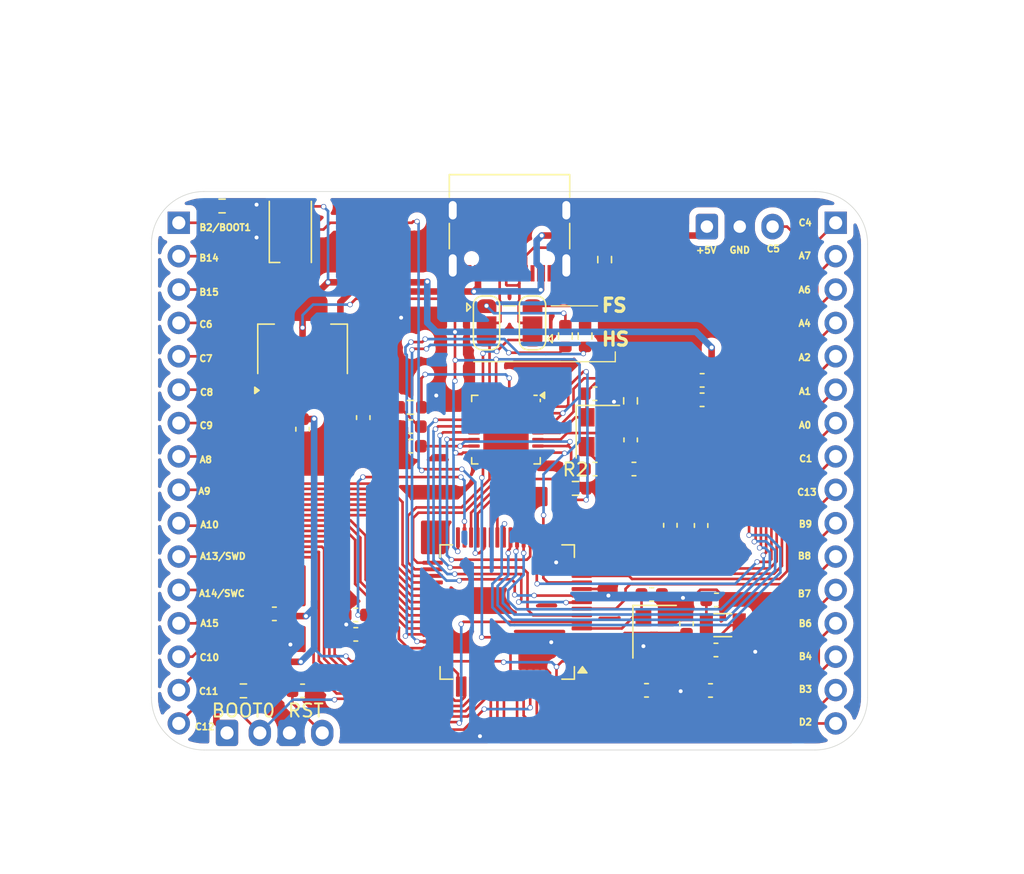
<source format=kicad_pcb>
(kicad_pcb (version 20241007) (generator "pcbnew") (generator_version "8.99")
  (layers (0 "F.Cu" signal) (2 "B.Cu" signal) (13 "F.Paste" user) (15 "B.Paste" user) (5 "F.SilkS" user "F.Silkscreen") (7 "B.SilkS" user "B.Silkscreen") (1 "F.Mask" user) (3 "B.Mask" user) (25 "Edge.Cuts" user))
  (net 0 "")
  (net 1 "data1")
  (net 2 "SWD")
  (net 3 "Net-(U1-PC15)")
  (net 4 "D2")
  (net 5 "RST")
  (net 6 "GND")
  (net 7 "C10")
  (net 8 "data3")
  (net 9 "B8")
  (net 10 "B6")
  (net 11 "stp")
  (net 12 "C9")
  (net 13 "clk")
  (net 14 "nxt")
  (net 15 "C7")
  (net 16 "+3.3V")
  (net 17 "BOOT")
  (net 18 "data5")
  (net 19 "A1")
  (net 20 "Net-(U1-PA11)")
  (net 21 "XTAL_OUT")
  (net 22 "C13")
  (net 23 "B2")
  (net 24 "C12")
  (net 25 "B3")
  (net 26 "XTAL_IN")
  (net 27 "data2")
  (net 28 "C6")
  (net 29 "B7")
  (net 30 "C4")
  (net 31 "SWC")
  (net 32 "data4")
  (net 33 "Net-(U1-PA12)")
  (net 34 "C5")
  (net 35 "Net-(U1-VCAP_1)")
  (net 36 "data0")
  (net 37 "B15")
  (net 38 "B14")
  (net 39 "dir")
  (net 40 "C8")
  (net 41 "A2")
  (net 42 "A6")
  (net 43 "A0")
  (net 44 "data6")
  (net 45 "A7")
  (net 46 "A9")
  (net 47 "C11")
  (net 48 "A8")
  (net 49 "Net-(U1-PC14)")
  (net 50 "A4")
  (net 51 "C1")
  (net 52 "data7")
  (net 53 "A10")
  (net 54 "Net-(U1-VCAP_2)")
  (net 55 "A15")
  (net 56 "B9")
  (net 57 "Net-(U2-XO)")
  (net 58 "Net-(C10-Pad2)")
  (net 59 "HS_D-")
  (net 60 "Net-(U2-VDDA1.8)")
  (net 61 "HS_D+")
  (net 63 "Net-(U2-XI)")
  (net 66 "Net-(U2-RBIAS)")
  (net 67 "Net-(U2-VBUS)")
  (net 68 "+5V")
  (net 69 "Net-(JP1-C)")
  (net 70 "Net-(JP2-C)")
  (net 71 "Net-(Jd1-CC1)")
  (net 72 "D+")
  (net 73 "D-")
  (net 74 "B4")
  (footprint "Connector_USB:USB_C_Receptacle_G-Switch_GT-USB-7010ASV" (layer "F.Cu") (at 166.75 62 180)
    (property "Reference" "Jd1" (hide yes))
    (property "Value" "USB_C_Receptacle_USB2.0_14P")
  )
  (footprint "Crystal:Crystal_SMD_3215-2Pin_3.2x1.5mm" (layer "F.Cu") (at 182.98 92.5 180)
    (property "Reference" "Y3" (hide yes))
    (property "Value" "32.768" (hide yes))
  )
  (footprint "Capacitor_SMD:C_0603_1608Metric" (layer "F.Cu") (at 182.045 97.47)
    (property "Reference" "C17" (hide yes))
    (property "Value" "0.1Uf" (hide yes))
  )
  (footprint "Capacitor_SMD:C_0603_1608Metric" (layer "F.Cu") (at 181.33 84.915 90)
    (property "Reference" "C18" (hide yes))
    (property "Value" "0.1Uf" (hide yes))
  )
  (footprint "Resistor_SMD:R_0603_1608Metric" (layer "F.Cu") (at 175.96 75.43 90)
    (property "Reference" "R3" (hide yes))
    (property "Value" "1M" (hide yes))
  )
  (footprint "Capacitor_SMD:C_0603_1608Metric" (layer "F.Cu") (at 178.99 84.9 90)
    (property "Reference" "C19" (hide yes))
    (property "Value" "0.1Uf" (hide yes))
  )
  (footprint "Resistor_SMD:R_0603_1608Metric" (layer "F.Cu") (at 171.77 82.09)
    (property "Reference" "R2")
    (property "Value" "12k")
  )
  (footprint "Capacitor_SMD:C_0603_1608Metric" (layer "F.Cu") (at 159.22 78.88)
    (property "Reference" "C10" (hide yes))
    (property "Value" "1uF" (hide yes))
  )
  (footprint "Capacitor_SMD:C_0603_1608Metric" (layer "F.Cu") (at 155.05 91.72 180)
    (property "Reference" "C2" (hide yes))
    (property "Value" "2.2uF" (hide yes))
  )
  (footprint "Package_QFP:LQFP-64_10x10mm_P0.5mm" (layer "F.Cu") (at 166.575 91.5 180)
    (property "Reference" "U1" (hide yes))
    (property "Value" "STM32F405RGTx" (hide yes))
  )
  (footprint "Capacitor_SMD:C_0603_1608Metric" (layer "F.Cu") (at 151 97.5)
    (property "Reference" "C1" (hide yes))
    (property "Value" "0.1uF" (hide yes))
  )
  (footprint "Resistor_SMD:R_0603_1608Metric" (layer "F.Cu") (at 146.5 97.5)
    (property "Reference" "R1" (hide yes))
    (property "Value" "10k" (hide yes))
  )
  (footprint "Capacitor_SMD:C_0603_1608Metric" (layer "F.Cu") (at 159.22 77.39 180)
    (property "Reference" "C8" (hide yes))
    (property "Value" "12pF" (hide yes))
  )
  (footprint "Resistor_SMD:R_0603_1608Metric" (layer "F.Cu") (at 159.22 75.92)
    (property "Reference" "R4" (hide yes))
    (property "Value" "1k" (hide yes))
  )
  (footprint "Capacitor_SMD:C_0603_1608Metric" (layer "F.Cu") (at 181.405 75.35)
    (property "Reference" "C22" (hide yes))
    (property "Value" "0.1Uf" (hide yes))
  )
  (footprint "Capacitor_SMD:C_0603_1608Metric" (layer "F.Cu") (at 173.25 74.89)
    (property "Reference" "C6" (hide yes))
    (property "Value" "12pF" (hide yes))
  )
  (footprint "Connector_JST:JST_EH_B3B-EH-A_1x03_P2.50mm_Vertical" (layer "F.Cu") (at 181.77 62.17)
    (property "Reference" "J1" (hide yes))
    (property "Value" "Conn_01x03_Pin" (hide yes))
  )
  (footprint "Crystal:Crystal_SMD_3225-4Pin_3.2x2.5mm" (layer "F.Cu") (at 173.47 77.78 -90)
    (property "Reference" "Y2" (hide yes))
    (property "Value" "24mhz" (hide yes))
  )
  (footprint "Resistor_SMD:R_0603_1608Metric" (layer "F.Cu") (at 173.99 64.68 -90)
    (property "Reference" "R5" (hide yes))
    (property "Value" "5.6k" (hide yes))
  )
  (footprint "Capacitor_SMD:C_0603_1608Metric" (layer "F.Cu") (at 151 77.59 90)
    (property "Reference" "C13" (hide yes))
    (property "Value" "12pF" (hide yes))
  )
  (footprint "Capacitor_SMD:C_0603_1608Metric" (layer "F.Cu") (at 181.41 73.87)
    (property "Reference" "C21" (hide yes))
    (property "Value" "0.1Uf" (hide yes))
  )
  (footprint "Capacitor_SMD:C_0603_1608Metric" (layer "F.Cu") (at 155.05 93.2 180)
    (property "Reference" "C3" (hide yes))
    (property "Value" "2.2uF" (hide yes))
  )
  (footprint "Jumper:SolderJumper-3_P1.3mm_Open_RoundedPad1.0x1.5mm" (layer "F.Cu") (at 165 69.5 -90)
    (property "Reference" "JP1" (hide yes))
    (property "Value" "SolderJumper_3_Open" (hide yes))
  )
  (footprint "LED_SMD:LED_PLCC-2_3.4x3.0mm_KA" (layer "F.Cu") (at 150.07 62.5 90)
    (property "Reference" "DD1" (hide yes))
    (property "Value" "LED")
  )
  (footprint "Resistor_SMD:R_0603_1608Metric" (layer "F.Cu") (at 172.5 70.5 90)
    (property "Reference" "R6" (hide yes))
    (property "Value" "22" (hide yes))
  )
  (footprint "Capacitor_SMD:C_0603_1608Metric" (layer "F.Cu") (at 148.855 91.64)
    (property "Reference" "C20" (hide yes))
    (property "Value" "0.1Uf" (hide yes))
  )
  (footprint "Capacitor_SMD:C_0603_1608Metric" (layer "F.Cu") (at 175.97 78.4 90)
    (property "Reference" "C7" (hide yes))
    (property "Value" "12pF" (hide yes))
  )
  (footprint "Connector_JST:JST_EH_B2B-EH-A_1x02_P2.50mm_Vertical" (layer "F.Cu") (at 150 100.7)
    (property "Reference" "RST")
    (property "Value" "SW_Push" (hide yes))
  )
  (footprint "Capacitor_SMD:C_0603_1608Metric" (layer "F.Cu") (at 177.175 97.46 180)
    (property "Reference" "C16" (hide yes))
    (property "Value" "0.1Uf" (hide yes))
  )
  (footprint "Package_TO_SOT_SMD:SOT-223-3_TabPin2" (layer "F.Cu") (at 151 71.5 90)
    (property "Reference" "U3" (hide yes))
    (property "Value" "AMS1117-3.3" (hide yes))
  )
  (footprint "Capacitor_SMD:C_0603_1608Metric" (layer "F.Cu") (at 180.22 92.38 90)
    (property "Reference" "C5" (hide yes))
    (property "Value" "12pF" (hide yes))
  )
  (footprint "Capacitor_SMD:C_0603_1608Metric" (layer "F.Cu") (at 176.22 80.62)
    (property "Reference" "C11" (hide yes))
    (property "Value" "4.7uF" (hide yes))
  )
  (footprint "Connector_JST:JST_EH_B2B-EH-A_1x02_P2.50mm_Vertical" (layer "F.Cu") (at 145.25 100.7)
    (property "Reference" "BOOT0")
    (property "Value" "SW_Push" (hide yes))
  )
  (footprint "Capacitor_SMD:C_0603_1608Metric" (layer "F.Cu") (at 182.46 94.39)
    (property "Reference" "C15" (hide yes))
    (property "Value" "12pF" (hide yes))
  )
  (footprint "Capacitor_SMD:C_0603_1608Metric" (layer "F.Cu") (at 182.5 90.58)
    (property "Reference" "C14" (hide yes))
    (property "Value" "12pF" (hide yes))
  )
  (footprint "Jumper:SolderJumper-3_P1.3mm_Open_RoundedPad1.0x1.5mm" (layer "F.Cu") (at 168.5 69.5 90)
    (property "Reference" "JP2" (hide yes))
    (property "Value" "SolderJumper_3_Open" (hide yes))
  )
  (footprint "Connector_PinHeader_2.54mm:PinHeader_1x16_P2.54mm_Vertical" (layer "F.Cu") (at 191.57 61.88)
    (property "Reference" "J2" (hide yes))
    (property "Value" "Conn_01x16_Pin" (hide yes))
  )
  (footprint "Capacitor_SMD:C_0603_1608Metric" (layer "F.Cu") (at 173.26 80.62 180)
    (property "Reference" "C9" (hide yes))
    (property "Value" "4.7uF" (hide yes))
  )
  (footprint "Capacitor_SMD:C_0603_1608Metric" (layer "F.Cu") (at 155.62 76.705 90)
    (property "Reference" "C12" (hide yes))
    (property "Value" "12pF" (hide yes))
  )
  (footprint "Resistor_SMD:R_0603_1608Metric" (layer "F.Cu") (at 144.875 60.6)
    (property "Reference" "R8" (hide yes))
    (property "Value" "22")
  )
  (footprint "Package_DFN_QFN:QFN-32-1EP_5x5mm_P0.5mm_EP3.45x3.45mm" (layer "F.Cu") (at 166.48 77.62 -90)
    (property "Reference" "U2" (hide yes))
    (property "Value" "USB3300-EZK" (hide yes))
  )
  (footprint "Connector_PinHeader_2.54mm:PinHeader_1x16_P2.54mm_Vertical" (layer "F.Cu") (at 141.58 61.88)
    (property "Reference" "J3" (hide yes))
    (property "Value" "Conn_01x16_Pin" (hide yes))
  )
  (footprint "Crystal:Crystal_SMD_3225-4Pin_3.2x2.5mm" (layer "F.Cu") (at 177.79 93 -90)
    (property "Reference" "Y1" (hide yes))
    (property "Value" "12mhz" (hide yes))
  )
  (footprint "Resistor_SMD:R_0603_1608Metric" (layer "F.Cu") (at 171 70.5 90)
    (property "Reference" "R7" (hide yes))
    (property "Value" "22" (hide yes))
  )
  (footprint "Capacitor_SMD:C_0603_1608Metric" (layer "F.Cu") (at 177.57 90.16)
    (property "Reference" "C4" (hide yes))
    (property "Value" "12pF" (hide yes))
  )
  (gr_line (start 174.8 72.45) (end 164.025 72.45) (stroke (width 0.1)) (layer "F.SilkS"))
  (gr_line (start 167.225 68.2) (end 166.3 68.2) (stroke (width 0.1)) (layer "F.SilkS"))
  (gr_line (start 169.925 68.2) (end 173.45 68.2) (stroke (width 0.1)) (layer "F.SilkS"))
  (gr_line (start 174.8 71.7) (end 174.8 72.45) (stroke (width 0.1)) (layer "F.SilkS"))
  (gr_line (start 190 59.5) (end 143.5 59.5) (stroke (width 0.05)) (layer "Edge.Cuts"))
  (gr_line (start 139.5 63.5) (end 139.5 98) (stroke (width 0.05)) (layer "Edge.Cuts"))
  (gr_line (start 143.5 102) (end 190 102) (stroke (width 0.05)) (layer "Edge.Cuts"))
  (gr_arc (start 194 98) (mid 192.828427 100.828427) (end 190 102) (stroke (width 0.05)) (layer "Edge.Cuts"))
  (gr_arc (start 139.5 63.5) (mid 140.671573 60.671573) (end 143.5 59.5) (stroke (width 0.05)) (layer "Edge.Cuts"))
  (gr_line (start 194 98) (end 194 63.5) (stroke (width 0.05)) (layer "Edge.Cuts"))
  (gr_arc (start 190 59.5) (mid 192.828427 60.671573) (end 194 63.5) (stroke (width 0.05)) (layer "Edge.Cuts"))
  (gr_arc (start 143.5 102) (mid 140.671573 100.828427) (end 139.5 98) (stroke (width 0.05)) (layer "Edge.Cuts"))
  (gr_text "A0" (at 188.7 77.575 0) (layer "F.SilkS") (effects (font (size 0.5 0.5) (thickness 0.125) (bold yes)) (justify left bottom)))
  (gr_text "A2" (at 188.675 72.425 0) (layer "F.SilkS") (effects (font (size 0.5 0.5) (thickness 0.125) (bold yes)) (justify left bottom)))
  (gr_text "C6" (at 143.075 69.9 0) (layer "F.SilkS") (effects (font (size 0.5 0.5) (thickness 0.125) (bold yes)) (justify left bottom)))
  (gr_text "FS" (at 173.65 68.75 0) (layer "F.SilkS") (effects (font (size 1 1) (thickness 0.25) (bold yes)) (justify left bottom)))
  (gr_text "A1" (at 188.7 75 0) (layer "F.SilkS") (effects (font (size 0.5 0.5) (thickness 0.125) (bold yes)) (justify left bottom)))
  (gr_text "C11" (at 143.05 97.825 0) (layer "F.SilkS") (effects (font (size 0.5 0.5) (thickness 0.125) (bold yes)) (justify left bottom)))
  (gr_text "C5" (at 186.25 64.15 0) (layer "F.SilkS") (effects (font (size 0.5 0.5) (thickness 0.125) (bold yes)) (justify left bottom)))
  (gr_text "B6" (at 188.69 92.665 0) (layer "F.SilkS") (effects (font (size 0.5 0.5) (thickness 0.125) (bold yes)) (justify left bottom)))
  (gr_text "A8" (at 143.1 80.2 0) (layer "F.SilkS") (effects (font (size 0.5 0.5) (thickness 0.125) (bold yes)) (justify left bottom)))
  (gr_text "HS" (at 173.65 71.325 0) (layer "F.SilkS") (effects (font (size 1 1) (thickness 0.25) (bold yes)) (justify left bottom)))
  (gr_text "A7\n" (at 188.69 64.68 0) (layer "F.SilkS") (effects (font (size 0.5 0.5) (thickness 0.125) (bold yes)) (justify left bottom)))
  (gr_text "D2" (at 188.7 100.165 0) (layer "F.SilkS") (effects (font (size 0.5 0.5) (thickness 0.125) (bold yes)) (justify left bottom)))
  (gr_text "B7" (at 188.625 90.4 0) (layer "F.SilkS") (effects (font (size 0.5 0.5) (thickness 0.125) (bold yes)) (justify left bottom)))
  (gr_text "B8" (at 188.625 87.525 0) (layer "F.SilkS") (effects (font (size 0.5 0.5) (thickness 0.125) (bold yes)) (justify left bottom)))
  (gr_text "C9" (at 143.1 77.6 0) (layer "F.SilkS") (effects (font (size 0.5 0.5) (thickness 0.125) (bold yes)) (justify left bottom)))
  (gr_text "A15" (at 143.15 92.65 0) (layer "F.SilkS") (effects (font (size 0.5 0.5) (thickness 0.125) (bold yes)) (justify left bottom)))
  (gr_text "A13/SWD" (at 143.125 87.55 0) (layer "F.SilkS") (effects (font (size 0.5 0.5) (thickness 0.125) (bold yes)) (justify left bottom)))
  (gr_text "B9" (at 188.7 85.1 0) (layer "F.SilkS") (effects (font (size 0.5 0.5) (thickness 0.125) (bold yes)) (justify left bottom)))
  (gr_text "A10" (at 143.15 85.15 0) (layer "F.SilkS") (effects (font (size 0.5 0.5) (thickness 0.125) (bold yes)) (justify left bottom)))
  (gr_text "C1" (at 188.725 80.125 0) (layer "F.SilkS") (effects (font (size 0.5 0.5) (thickness 0.125) (bold yes)) (justify left bottom)))
  (gr_text "C12" (at 142.75 100.525 0) (layer "F.SilkS") (effects (font (size 0.5 0.5) (thickness 0.125) (bold yes)) (justify left bottom)))
  (gr_text "A9" (at 143 82.6 0) (layer "F.SilkS") (effects (font (size 0.5 0.5) (thickness 0.125) (bold yes)) (justify left bottom)))
  (gr_text "A6\n" (at 188.675 67.275 0) (layer "F.SilkS") (effects (font (size 0.5 0.5) (thickness 0.125) (bold yes)) (justify left bottom)))
  (gr_text "B15" (at 143.075 67.45 0) (layer "F.SilkS") (effects (font (size 0.5 0.5) (thickness 0.125) (bold yes)) (justify left bottom)))
  (gr_text "C8" (at 143.125 75.075 0) (layer "F.SilkS") (effects (font (size 0.5 0.5) (thickness 0.125) (bold yes)) (justify left bottom)))
  (gr_text "C7" (at 143.075 72.5 0) (layer "F.SilkS") (effects (font (size 0.5 0.5) (thickness 0.125) (bold yes)) (justify left bottom)))
  (gr_text "A14/SWC" (at 143.05 90.375 0) (layer "F.SilkS") (effects (font (size 0.5 0.5) (thickness 0.125) (bold yes)) (justify left bottom)))
  (gr_text "C10" (at 143.1 95.25 0) (layer "F.SilkS") (effects (font (size 0.5 0.5) (thickness 0.125) (bold yes)) (justify left bottom)))
  (gr_text "GND" (at 183.425 64.25 0) (layer "F.SilkS") (effects (font (size 0.5 0.5) (thickness 0.125) (bold yes)) (justify left bottom)))
  (gr_text "B2/BOOT1" (at 143.08 62.53 0) (layer "F.SilkS") (effects (font (size 0.5 0.5) (thickness 0.125) (bold yes)) (justify left bottom)))
  (gr_text "C13" (at 188.575 82.675 0) (layer "F.SilkS") (effects (font (size 0.5 0.5) (thickness 0.125) (bold yes)) (justify left bottom)))
  (gr_text "B3" (at 188.7 97.665 0) (layer "F.SilkS") (effects (font (size 0.5 0.5) (thickness 0.125) (bold yes)) (justify left bottom)))
  (gr_text "A4" (at 188.675 69.825 0) (layer "F.SilkS") (effects (font (size 0.5 0.5) (thickness 0.125) (bold yes)) (justify left bottom)))
  (gr_text "B4" (at 188.7 95.175 0) (layer "F.SilkS") (effects (font (size 0.5 0.5) (thickness 0.125) (bold yes)) (justify left bottom)))
  (gr_text "C4" (at 188.68 62.17 0) (layer "F.SilkS") (effects (font (size 0.5 0.5) (thickness 0.125) (bold yes)) (justify left bottom)))
  (gr_text "+5V" (at 180.875 64.25 0) (layer "F.SilkS") (effects (font (size 0.5 0.5) (thickness 0.125) (bold yes)) (justify left bottom)))
  (gr_text "B14" (at 143.075 64.85 0) (layer "F.SilkS") (effects (font (size 0.5 0.5) (thickness 0.125) (bold yes)) (justify left bottom)))
  (segment (start 167.43 83.13) (end 166.335 83.13) (width 0.2) (layer "F.Cu") (net 1))
  (segment (start 167.73 82.83) (end 167.43 83.13) (width 0.2) (layer "F.Cu") (net 1))
  (segment (start 166.335 83.13) (end 165.825 83.64) (width 0.2) (layer "F.Cu") (net 1))
  (segment (start 167.73 80.0575) (end 167.73 82.83) (width 0.2) (layer "F.Cu") (net 1))
  (segment (start 165.825 83.64) (end 165.825 85.825) (width 0.2) (layer "F.Cu") (net 1))
  (segment (start 147.08 85.33) (end 154.318628 85.33) (width 0.2) (layer "F.Cu") (net 2))
  (segment (start 158.33 92.71) (end 158.33 93.537211) (width 0.2) (layer "F.Cu") (net 2))
  (segment (start 158.33 93.537211) (end 159.042789 94.25) (width 0.2) (layer "F.Cu") (net 2))
  (segment (start 159.042789 94.25) (end 160.9 94.25) (width 0.2) (layer "F.Cu") (net 2))
  (segment (start 154.318628 85.33) (end 155 86.011372) (width 0.2) (layer "F.Cu") (net 2))
  (segment (start 155 86.011372) (end 155 89.366858) (width 0.2) (layer "F.Cu") (net 2))
  (segment (start 145.13 87.28) (end 147.08 85.33) (width 0.2) (layer "F.Cu") (net 2))
  (segment (start 141.58 87.28) (end 145.13 87.28) (width 0.2) (layer "F.Cu") (net 2))
  (segment (start 158.336571 92.703429) (end 158.33 92.71) (width 0.2) (layer "F.Cu") (net 2))
  (segment (start 155 89.366858) (end 158.336571 92.703429) (width 0.2) (layer "F.Cu") (net 2))
  (segment (start 175.45 94.08) (end 175.45 94.51) (width 0.2) (layer "F.Cu") (net 3))
  (segment (start 176.1 95.16) (end 179.57 95.16) (width 0.2) (layer "F.Cu") (net 3))
  (segment (start 179.57 95.16) (end 181.73 93) (width 0.2) (layer "F.Cu") (net 3))
  (segment (start 181.73 93) (end 181.73 92.5) (width 0.2) (layer "F.Cu") (net 3))
  (segment (start 175.45 94.51) (end 176.1 95.16) (width 0.2) (layer "F.Cu") (net 3))
  (segment (start 181.73 92.5) (end 181.73 90.585) (width 0.2) (layer "F.Cu") (net 3))
  (segment (start 181.73 90.585) (end 181.725 90.58) (width 0.2) (layer "F.Cu") (net 3))
  (segment (start 172.25 93.75) (end 175.12 93.75) (width 0.2) (layer "F.Cu") (net 3))
  (segment (start 175.12 93.75) (end 175.45 94.08) (width 0.2) (layer "F.Cu") (net 3))
  (segment (start 165.325 97.175) (end 165.325 100.635) (width 0.2) (layer "F.Cu") (net 4))
  (segment (start 166.09 101.4) (end 188.17 101.4) (width 0.2) (layer "F.Cu") (net 4))
  (segment (start 189.59 99.98) (end 191.57 99.98) (width 0.2) (layer "F.Cu") (net 4))
  (segment (start 165.325 100.635) (end 166.09 101.4) (width 0.2) (layer "F.Cu") (net 4))
  (segment (start 188.17 101.4) (end 189.59 99.98) (width 0.2) (layer "F.Cu") (net 4))
  (segment (start 162.85 99.875) (end 161.954849 99.875) (width 0.2) (layer "F.Cu") (net 5))
  (segment (start 160.775001 98.695154) (end 160.775001 97.725001) (width 0.2) (layer "F.Cu") (net 5))
  (segment (start 160.775001 97.725001) (end 160.75 97.7) (width 0.2) (layer "F.Cu") (net 5))
  (segment (start 150.225 98.425) (end 150.225 97.5) (width 0.2) (layer "F.Cu") (net 5))
  (segment (start 152.61657 96.725) (end 151 96.725) (width 0.2) (layer "F.Cu") (net 5))
  (segment (start 163.25 92.25) (end 163.075 92.425) (width 0.2) (layer "F.Cu") (net 5))
  (segment (start 161.695534 99.615685) (end 161.695532 99.615685) (width 0.2) (layer "F.Cu") (net 5))
  (segment (start 160.75 97.7) (end 153.59157 97.7) (width 0.2) (layer "F.Cu") (net 5))
  (segment (start 172.25 92.25) (end 163.25 92.25) (width 0.2) (layer "F.Cu") (net 5))
  (segment (start 161.954849 99.875) (end 161.695534 99.615685) (width 0.2) (layer "F.Cu") (net 5))
  (segment (start 153.59157 97.7) (end 152.61657 96.725) (width 0.2) (layer "F.Cu") (net 5))
  (segment (start 162.925 99.95) (end 162.85 99.875) (width 0.2) (layer "F.Cu") (net 5))
  (segment (start 151 96.725) (end 150.225 97.5) (width 0.2) (layer "F.Cu") (net 5))
  (segment (start 161.695532 99.615685) (end 160.775001 98.695154) (width 0.2) (layer "F.Cu") (net 5))
  (segment (start 152.5 100.7) (end 150.225 98.425) (width 0.2) (layer "F.Cu") (net 5))
  (via (at 162.925 99.95) (size 0.4) (drill 0.3) (layers "F.Cu" "B.Cu") (net 5))
  (via (at 163.075 92.425) (size 0.4) (drill 0.3) (layers "F.Cu" "B.Cu") (net 5))
  (segment (start 163.075 92.425) (end 163.075 99.8) (width 0.2) (layer "B.Cu") (net 5))
  (segment (start 163.075 99.8) (end 162.925 99.95) (width 0.2) (layer "B.Cu") (net 5))
  (segment (start 169.95 65.725) (end 170.47 65.725) (width 0.5) (layer "F.Cu") (net 6))
  (segment (start 172.25 89.75) (end 173.775 89.75) (width 0.2) (layer "F.Cu") (net 6))
  (segment (start 169.825 87.25) (end 170.3 87.725) (width 0.2) (layer "F.Cu") (net 6))
  (segment (start 180.22 91.605) (end 180.22 90.861304) (width 0.2) (layer "F.Cu") (net 6))
  (segment (start 168.16 75.2525) (end 168.16 75.94) (width 0.2) (layer "F.Cu") (net 6))
  (segment (start 167.73 75.1825) (end 167.73 76.37) (width 0.2) (layer "F.Cu") (net 6))
  (segment (start 164.0425 75.87) (end 163.345 75.87) (width 0.2) (layer "F.Cu") (net 6))
  (segment (start 168.23 75.1825) (end 168.16 75.2525) (width 0.2) (layer "F.Cu") (net 6))
  (segment (start 173.775 89.75) (end 174.275 90.25) (width 0.2) (layer "F.Cu") (net 6))
  (segment (start 182.5 89.805) (end 183.275 90.58) (width 0.2) (layer "F.Cu") (net 6))
  (segment (start 167.73 76.37) (end 166.48 77.62) (width 0.2) (layer "F.Cu") (net 6))
  (segment (start 180.22 90.861304) (end 181.276304 89.805) (width 0.2) (layer "F.Cu") (net 6))
  (segment (start 181.276304 89.805) (end 182.5 89.805) (width 0.2) (layer "F.Cu") (net 6))
  (segment (start 169.825 85.825) (end 169.825 87.25) (width 0.2) (layer "F.Cu") (net 6))
  (segment (start 163.345 75.87) (end 163.175 75.7) (width 0.2) (layer "F.Cu") (net 6))
  (segment (start 164.805 75.945) (end 166.48 77.62) (width 0.2) (layer "F.Cu") (net 6))
  (segment (start 164.215 75.945) (end 164.805 75.945) (width 0.2) (layer "F.Cu") (net 6))
  (segment (start 168.16 75.94) (end 166.48 77.62) (width 0.2) (layer "F.Cu") (net 6))
  (segment (start 170.47 65.725) (end 171.07 65.125) (width 0.5) (layer "F.Cu") (net 6))
  (segment (start 169.825 96.125) (end 169.275 95.575) (width 0.2) (layer "F.Cu") (net 6))
  (segment (start 163.55 65.725) (end 163.03 65.725) (width 0.5) (layer "F.Cu") (net 6))
  (segment (start 169.825 97.175) (end 169.825 96.125) (width 0.2) (layer "F.Cu") (net 6))
  (segment (start 164.0425 75.87) (end 164.14 75.87) (width 0.2) (layer "F.Cu") (net 6))
  (segment (start 163.03 65.725) (end 162.43 65.125) (width 0.5) (layer "F.Cu") (net 6))
  (segment (start 172.62 78.88) (end 172.62 79.205) (width 0.2) (layer "F.Cu") (net 6))
  (segment (start 172.62 79.205) (end 174.035 80.62) (width 0.2) (layer "F.Cu") (net 6))
  (segment (start 164.14 75.87) (end 164.215 75.945) (width 0.2) (layer "F.Cu") (net 6))
  (via (at 179.95 90.425) (size 0.4) (drill 0.3) (layers "F.Cu" "B.Cu") (net 6))
  (via (at 174.7 75.5) (size 0.4) (drill 0.3) (layers "F.Cu" "B.Cu") (net 6))
  (via (at 169.925 93.8) (size 0.4) (drill 0.3) (layers "F.Cu" "B.Cu") (net 6))
  (via (at 179.775 97.525) (size 0.4) (drill 0.3) (layers "F.Cu" "B.Cu") (net 6))
  (via (at 174.275 90.25) (size 0.4) (drill 0.3) (layers "F.Cu" "B.Cu") (net 6))
  (via (at 170.3 87.725) (size 0.4) (drill 0.3) (layers "F.Cu" "B.Cu") (net 6))
  (via (at 147.5 63) (size 0.6) (drill 0.3) (layers "F.Cu" "B.Cu") (net 6))
  (via (at 164.5 100.95) (size 0.4) (drill 0.3) (layers "F.Cu" "B.Cu") (net 6))
  (via (at 154.325 92.45) (size 0.4) (drill 0.3) (layers "F.Cu" "B.Cu") (net 6))
  (via (at 161.175 75.025) (size 0.4) (drill 0.3) (layers "F.Cu" "B.Cu") (net 6))
  (via (at 176.94 94.1) (size 0.4) (drill 0.3) (layers "F.Cu" "B.Cu") (net 6))
  (via (at 158.5 69.1) (size 0.4) (drill 0.3) (layers "F.Cu" "B.Cu") (net 6))
  (via (at 147.5 60.5) (size 0.6) (drill 0.3) (layers "F.Cu" "B.Cu") (net 6))
  (via (at 185.45 94.525) (size 0.4) (drill 0.3) (layers "F.Cu" "B.Cu") (net 6))
  (via (at 150.075 93.975) (size 0.4) (drill 0.3) (layers "F.Cu" "B.Cu") (net 6))
  (segment (start 174.275 90.25) (end 174.45 90.425) (width 0.2) (layer "B.Cu") (net 6))
  (segment (start 174.45 90.425) (end 179.95 90.425) (width 0.2) (layer "B.Cu") (net 6))
  (segment (start 143.09 92.715686) (end 143.09 94.43) (width 0.2) (layer "F.Cu") (net 7))
  (segment (start 147.577058 86.53) (end 144.015686 90.091372) (width 0.2) (layer "F.Cu") (net 7))
  (segment (start 152.64 86.7) (end 152.47 86.53) (width 0.2) (layer "F.Cu") (net 7))
  (segment (start 162.426905 98.65) (end 161.975 98.198096) (width 0.2) (layer "F.Cu") (net 7))
  (segment (start 161.83 96.5) (end 154.08863 96.5) (width 0.2) (layer "F.Cu") (net 7))
  (segment (start 163.825 98.048096) (end 163.223096 98.65) (width 0.2) (layer "F.Cu") (net 7))
  (segment (start 163.223096 98.65) (end 162.426905 98.65) (width 0.2) (layer "F.Cu") (net 7))
  (segment (start 163.825 97.175) (end 163.825 98.048096) (width 0.2) (layer "F.Cu") (net 7))
  (segment (start 152.64 95.051372) (end 152.64 86.7) (width 0.2) (layer "F.Cu") (net 7))
  (segment (start 161.975 96.645) (end 161.83 96.5) (width 0.2) (layer "F.Cu") (net 7))
  (segment (start 143.09 94.43) (end 142.62 94.9) (width 0.2) (layer "F.Cu") (net 7))
  (segment (start 142.62 94.9) (end 141.58 94.9) (width 0.2) (layer "F.Cu") (net 7))
  (segment (start 144.015686 90.091372) (end 144.015686 91.789999) (width 0.2) (layer "F.Cu") (net 7))
  (segment (start 161.975 98.198096) (end 161.975 96.645) (width 0.2) (layer "F.Cu") (net 7))
  (segment (start 144.015686 91.789999) (end 143.09 92.715686) (width 0.2) (layer "F.Cu") (net 7))
  (segment (start 154.08863 96.5) (end 152.64 95.051372) (width 0.2) (layer "F.Cu") (net 7))
  (segment (start 152.47 86.53) (end 147.577058 86.53) (width 0.2) (layer "F.Cu") (net 7))
  (segment (start 164.325 84.008629) (end 164.325 85.825) (width 0.2) (layer "F.Cu") (net 8))
  (segment (start 166.003628 82.33) (end 164.325 84.008629) (width 0.2) (layer "F.Cu") (net 8))
  (segment (start 166.73 80.0575) (end 166.73 82.14) (width 0.2) (layer "F.Cu") (net 8))
  (segment (start 166.73 82.14) (end 166.54 82.33) (width 0.2) (layer "F.Cu") (net 8))
  (segment (start 166.54 82.33) (end 166.003628 82.33) (width 0.2) (layer "F.Cu") (net 8))
  (segment (start 189.48 95.292943) (end 189.48 89.37) (width 0.2) (layer "F.Cu") (net 9))
  (segment (start 168.825 97.175) (end 168.825 99.265) (width 0.2) (layer "F.Cu") (net 9))
  (segment (start 188.47 96.302942) (end 189.48 95.292943) (width 0.2) (layer "F.Cu") (net 9))
  (segment (start 188.47 98.27157) (end 188.47 96.302942) (width 0.2) (layer "F.Cu") (net 9))
  (segment (start 189.48 89.37) (end 191.57 87.28) (width 0.2) (layer "F.Cu") (net 9))
  (segment (start 187.34157 99.4) (end 188.47 98.27157) (width 0.2) (layer "F.Cu") (net 9))
  (segment (start 168.825 99.265) (end 168.96 99.4) (width 0.2) (layer "F.Cu") (net 9))
  (segment (start 168.96 99.4) (end 187.34157 99.4) (width 0.2) (layer "F.Cu") (net 9))
  (segment (start 167.325 97.175) (end 167.325 99.945) (width 0.2) (layer "F.Cu") (net 10))
  (segment (start 167.325 99.945) (end 167.58 100.2) (width 0.2) (layer "F.Cu") (net 10))
  (segment (start 187.672942 100.2) (end 189.27 98.602942) (width 0.2) (layer "F.Cu") (net 10))
  (segment (start 190.28 93.65) (end 191.57 92.36) (width 0.2) (layer "F.Cu") (net 10))
  (segment (start 189.27 96.634314) (end 190.28 95.624315) (width 0.2) (layer "F.Cu") (net 10))
  (segment (start 189.27 98.602942) (end 189.27 96.634314) (width 0.2) (layer "F.Cu") (net 10))
  (segment (start 167.58 100.2) (end 187.672942 100.2) (width 0.2) (layer "F.Cu") (net 10))
  (segment (start 190.28 95.624315) (end 190.28 93.65) (width 0.2) (layer "F.Cu") (net 10))
  (segment (start 167.711213 88.111213) (end 162.227675 88.111213) (width 0.2) (layer "F.Cu") (net 11))
  (segment (start 168.12 91.32) (end 168.12 88.52) (width 0.2) (layer "F.Cu") (net 11))
  (segment (start 161.706377 77.82554) (end 161.468324 78.063593) (width 0.2) (layer "F.Cu") (net 11))
  (segment (start 168.12 88.52) (end 167.711213 88.111213) (width 0.2) (layer "F.Cu") (net 11))
  (segment (start 168.55 91.75) (end 168.12 91.32) (width 0.2) (layer "F.Cu") (net 11))
  (segment (start 164.0425 77.87) (end 163.99804 77.82554) (width 0.2) (layer "F.Cu") (net 11))
  (segment (start 163.99804 77.82554) (end 161.706377 77.82554) (width 0.2) (layer "F.Cu") (net 11))
  (segment (start 172.25 91.75) (end 168.55 91.75) (width 0.2) (layer "F.Cu") (net 11))
  (via (at 161.468324 78.063593) (size 0.4) (drill 0.3) (layers "F.Cu" "B.Cu") (net 11))
  (via (at 162.227675 88.111213) (size 0.4) (drill 0.3) (layers "F.Cu" "B.Cu") (net 11))
  (segment (start 162.214106 88.111213) (end 162.227675 88.111213) (width 0.2) (layer "B.Cu") (net 11))
  (segment (start 161.468324 87.365431) (end 162.214106 88.111213) (width 0.2) (layer "B.Cu") (net 11))
  (segment (start 161.468324 78.063593) (end 161.468324 87.365431) (width 0.2) (layer "B.Cu") (net 11))
  (segment (start 145.09 77.12) (end 145.54 77.57) (width 0.2) (layer "F.Cu") (net 12))
  (segment (start 148.182942 83.73) (end 156.26 83.73) (width 0.2) (layer "F.Cu") (net 12))
  (segment (start 156.61 84.08) (end 156.61 88.714113) (width 0.2) (layer "F.Cu") (net 12))
  (segment (start 145.54 81.087058) (end 148.182942 83.73) (width 0.2) (layer "F.Cu") (net 12))
  (segment (start 159.145886 91.25) (end 160.9 91.25) (width 0.2) (layer "F.Cu") (net 12))
  (segment (start 145.54 77.57) (end 145.54 81.087058) (width 0.2) (layer "F.Cu") (net 12))
  (segment (start 156.61 88.714113) (end 159.145886 91.25) (width 0.2) (layer "F.Cu") (net 12))
  (segment (start 141.58 77.12) (end 145.09 77.12) (width 0.2) (layer "F.Cu") (net 12))
  (segment (start 156.26 83.73) (end 156.61 84.08) (width 0.2) (layer "F.Cu") (net 12))
  (segment (start 162 78.37) (end 161.99 78.36) (width 0.2) (layer "F.Cu") (net 13))
  (segment (start 162.33 87.52) (end 168.07 87.52) (width 0.2) (layer "F.Cu") (net 13))
  (segment (start 168.325 85.825) (end 168.325 87.265) (width 0.2) (layer "F.Cu") (net 13))
  (segment (start 164.0425 78.37) (end 162 78.37) (width 0.2) (layer "F.Cu") (net 13))
  (segment (start 168.325 87.265) (end 168.07 87.52) (width 0.2) (layer "F.Cu") (net 13))
  (via (at 161.99 78.36) (size 0.4) (drill 0.3) (layers "F.Cu" "B.Cu") (net 13))
  (via (at 162.33 87.52) (size 0.4) (drill 0.3) (layers "F.Cu" "B.Cu") (net 13))
  (segment (start 161.99 78.36) (end 161.99 87.18) (width 0.2) (layer "B.Cu") (net 13))
  (segment (start 161.99 87.18) (end 162.33 87.52) (width 0.2) (layer "B.Cu") (net 13))
  (segment (start 168.63 90.25) (end 168.62 90.24) (width 0.2) (layer "F.Cu") (net 14))
  (segment (start 167.145527 89.255527) (end 166.901213 89.011213) (width 0.2) (layer "F.Cu") (net 14))
  (segment (start 166.901213 89.011213) (end 166.89 89.011213) (width 0.2) (layer "F.Cu") (net 14))
  (segment (start 163.021566 89.011213) (end 162.921566 89.111213) (width 0.2) (layer "F.Cu") (net 14))
  (segment (start 161.121924 76.912617) (end 161.164541 76.87) (width 0.2) (layer "F.Cu") (net 14))
  (segment (start 161.164541 76.87) (end 164.0425 76.87) (width 0.2) (layer "F.Cu") (net 14))
  (segment (start 166.89 89.011213) (end 163.021566 89.011213) (width 0.2) (layer "F.Cu") (net 14))
  (segment (start 167.145527 90.191276) (end 167.145527 89.255527) (width 0.2) (layer "F.Cu") (net 14))
  (segment (start 172.25 90.25) (end 168.63 90.25) (width 0.2) (layer "F.Cu") (net 14))
  (via (at 162.921566 89.111213) (size 0.4) (drill 0.3) (layers "F.Cu" "B.Cu") (net 14))
  (via (at 168.62 90.24) (size 0.4) (drill 0.3) (layers "F.Cu" "B.Cu") (net 14))
  (via (at 167.145527 90.191276) (size 0.4) (drill 0.3) (layers "F.Cu" "B.Cu") (net 14))
  (via (at 161.121924 76.912617) (size 0.4) (drill 0.3) (layers "F.Cu" "B.Cu") (net 14))
  (segment (start 162.921566 89.111213) (end 161.954883 89.111213) (width 0.2) (layer "B.Cu") (net 14))
  (segment (start 167.194251 90.24) (end 167.145527 90.191276) (width 0.2) (layer "B.Cu") (net 14))
  (segment (start 160.568324 77.418486) (end 161.074193 76.912617) (width 0.2) (layer "B.Cu") (net 14))
  (segment (start 160.568324 87.724654) (end 160.568324 87.393283) (width 0.2) (layer "B.Cu") (net 14))
  (segment (start 160.568324 87.393283) (end 160.568324 77.418486) (width 0.2) (layer "B.Cu") (net 14))
  (segment (start 161.954883 89.111213) (end 160.568324 87.724654) (width 0.2) (layer "B.Cu") (net 14))
  (segment (start 168.62 90.24) (end 167.194251 90.24) (width 0.2) (layer "B.Cu") (net 14))
  (segment (start 161.074193 76.912617) (end 161.121924 76.912617) (width 0.2) (layer "B.Cu") (net 14))
  (segment (start 146.45 72.59) (end 145.9 72.04) (width 0.2) (layer "F.Cu") (net 15))
  (segment (start 145.9 72.04) (end 141.58 72.04) (width 0.2) (layer "F.Cu") (net 15))
  (segment (start 157.41 83.641372) (end 156.698628 82.93) (width 0.2) (layer "F.Cu") (net 15))
  (segment (start 146.45 80.865686) (end 146.45 72.59) (width 0.2) (layer "F.Cu") (net 15))
  (segment (start 157.41 88.382742) (end 157.41 83.641372) (width 0.2) (layer "F.Cu") (net 15))
  (segment (start 160.9 90.25) (end 159.277256 90.25) (width 0.2) (layer "F.Cu") (net 15))
  (segment (start 159.277256 90.25) (end 157.41 88.382742) (width 0.2) (layer "F.Cu") (net 15))
  (segment (start 148.514314 82.93) (end 146.45 80.865686) (width 0.2) (layer "F.Cu") (net 15))
  (segment (start 156.698628 82.93) (end 148.514314 82.93) (width 0.2) (layer "F.Cu") (net 15))
  (segment (start 169.325 85.825) (end 169.325 88.915) (width 0.2) (layer "F.Cu") (net 16))
  (segment (start 154.97995 66.41) (end 160.44 66.41) (width 0.5) (layer "F.Cu") (net 16))
  (segment (start 163.22 79.37) (end 163.11 79.48) (width 0.2) (layer "F.Cu") (net 16))
  (segment (start 162.6 73.03) (end 162.6 72.36) (width 0.2) (layer "F.Cu") (net 16))
  (segment (start 166.23 95.25) (end 166.3 95.32) (width 0.2) (layer "F.Cu") (net 16))
  (segment (start 151 76.815) (end 151.865 76.815) (width 0.5) (layer "F.Cu") (net 16))
  (segment (start 151 69.86) (end 151 74.65) (width 0.5) (layer "F.Cu") (net 16))
  (segment (start 181.33 76.55) (end 181.33 84.14) (width 0.5) (layer "F.Cu") (net 16))
  (segment (start 175.566471 96.323529) (end 174.492942 95.25) (width 0.2) (layer "F.Cu") (net 16))
  (segment (start 151 68.35) (end 152.94 66.41) (width 0.5) (layer "F.Cu") (net 16))
  (segment (start 170.89 79.37) (end 168.9175 79.37) (width 0.2) (layer "F.Cu") (net 16))
  (segment (start 151.865 76.815) (end 151.88 76.8) (width 0.5) (layer "F.Cu") (net 16))
  (segment (start 169.325 84.145) (end 169.34 84.13) (width 0.2) (layer "F.Cu") (net 16))
  (segment (start 170.94 79.42) (end 170.89 79.37) (width 0.2) (layer "F.Cu") (net 16))
  (segment (start 144.76 95.29) (end 144.44 95.61) (width 0.5) (layer "F.Cu") (net 16))
  (segment (start 150.87 95.29) (end 144.76 95.29) (width 0.5) (layer "F.Cu") (net 16))
  (segment (start 162.754839 79.48) (end 162.654839 79.38) (width 0.2) (layer "F.Cu") (net 16))
  (segment (start 162.6 68.16) (end 162.1 67.66) (width 0.2) (layer "F.Cu") (net 16))
  (segment (start 170.807208 76.37) (end 170.307208 76.87) (width 0.2) (layer "F.Cu") (net 16))
  (segment (start 160.9 95.25) (end 154.69 95.25) (width 0.2) (layer "F.Cu") (net 16))
  (segment (start 162.05 67.66) (end 155.05924 67.66) (width 0.2) (layer "F.Cu") (net 16))
  (segment (start 182.13 73.815) (end 182.185 73.87) (width 0.5) (layer "F.Cu") (net 16))
  (segment (start 170.325 97.175) (end 170.325 95.675) (width 0.2) (layer "F.Cu") (net 16))
  (segment (start 175.566471 96.323529) (end 175.636471 96.393529) (width 0.2) (layer "F.Cu") (net 16))
  (segment (start 179.005 84.14) (end 178.99 84.125) (width 0.5) (layer "F.Cu") (net 16))
  (segment (start 162.6 70.19) (end 162.6 68.16) (width 0.2) (layer "F.Cu") (net 16))
  (segment (start 182.393529 96.393529) (end 182.82 96.82) (width 0.2) (layer "F.Cu") (net 16))
  (segment (start 160.44 66.41) (end 160.49 66.36) (width 0.5) (layer "F.Cu") (net 16))
  (segment (start 182.18 75.7) (end 181.33 76.55) (width 0.5) (layer "F.Cu") (net 16))
  (segment (start 150.07 60.63) (end 152.58 60.63) (width 0.2) (layer "F.Cu") (net 16))
  (segment (start 162.6 73.92) (end 162.6 73.03) (width 0.2) (layer "F.Cu") (net 16))
  (segment (start 162.825 85.825) (end 162.825 86.875) (width 0.2) (layer "F.Cu") (net 16))
  (segment (start 152.58 60.63) (end 152.6 60.65) (width 0.2) (layer "F.Cu") (net 16))
  (segment (start 152.94 66.41) (end 154.97995 66.41) (width 0.5) (layer "F.Cu") (net 16))
  (segment (start 182.82 96.82) (end 182.82 97.47) (width 0.2) (layer "F.Cu") (net 16))
  (segment (start 174.492942 95.25) (end 172.25 95.25) (width 0.2) (layer "F.Cu") (net 16))
  (segment (start 151.26 91.81) (end 149.8 91.81) (width 0.5) (layer "F.Cu") (net 16))
  (segment (start 169.325 85.825) (end 169.325 84.145) (width 0.2) (layer "F.Cu") (net 16))
  (segment (start 169.325 88.915) (end 169.66 89.25) (width 0.2) (layer "F.Cu") (net 16))
  (segment (start 170.325 95.675) (end 170.75 95.25) (width 0.2) (layer "F.Cu") (net 16))
  (segment (start 168.9175 76.87) (end 168.9175 76.37) (width 0.2) (layer "F.Cu") (net 16))
  (segment (start 154.69 95.25) (end 154.3 94.86) (width 0.2) (layer "F.Cu") (net 16))
  (segment (start 151 74.65) (end 151 76.815) (width 0.5) (layer "F.Cu") (net 16))
  (segment (start 144.44 99.89) (end 145.25 100.7) (width 0.5) (layer "F.Cu") (net 16))
  (segment (start 181.33 84.14) (end 179.005 84.14) (width 0.5) (layer "F.Cu") (net 16))
  (segment (start 182.18 75.35) (end 182.18 75.7) (width 0.5) (layer "F.Cu") (net 16))
  (segment (start 182.13 71.37) (end 182.13 73.815) (width 0.5) (layer "F.Cu") (net 16))
  (segment (start 155.05924 67.66) (end 154.61462 68.10462) (width 0.2) (layer "F.Cu") (net 16))
  (segment (start 144.44 95.61) (end 144.44 99.89) (width 0.5) (layer "F.Cu") (net 16))
  (segment (start 162.6 72.36) (end 162.62 72.34) (width 0.2) (layer "F.Cu") (net 16))
  (segment (start 182.185 75.345) (end 182.18 75.35) (width 0.5) (layer "F.Cu") (net 16))
  (segment (start 169.66 89.25) (end 172.25 89.25) (width 0.2) (layer "F.Cu") (net 16))
  (segment (start 164.0425 79.37) (end 163.22 79.37) (width 0.2) (layer "F.Cu") (net 16))
  (segment (start 162.825 86.875) (end 162.81 86.89) (width 0.2) (layer "F.Cu") (net 16))
  (segment (start 163.11 79.48) (end 162.754839 79.48) (width 0.2) (layer "F.Cu") (net 16))
  (segment (start 170.307208 76.87) (end 168.9175 76.87) (width 0.2) (layer "F.Cu") (net 16))
  (segment (start 170.75 95.25) (end 172.25 95.25) (width 0.2) (layer "F.Cu") (net 16))
  (segment (start 149.8 91.81) (end 149.63 91.64) (width 0.5) (layer "F.Cu") (net 16))
  (segment (start 168.9175 76.37) (end 170.807208 76.37) (width 0.2) (layer "F.Cu") (net 16))
  (segment (start 162.1 67.66) (end 162.05 67.66) (width 0.2) (layer "F.Cu") (net 16))
  (segment (start 175.636471 96.393529) (end 182.393529 96.393529) (width 0.2) (layer "F.Cu") (net 16))
  (segment (start 176.4 97.157058) (end 175.566471 96.323529) (width 0.2) (layer "F.Cu") (net 16))
  (segment (start 182.185 73.87) (end 182.185 75.345) (width 0.5) (layer "F.Cu") (net 16))
  (segment (start 176.4 97.46) (end 176.4 97.157058) (width 0.2) (layer "F.Cu") (net 16))
  (segment (start 165.73 75.1825) (end 165.73 72.267914) (width 0.2) (layer "F.Cu") (net 16))
  (segment (start 151 68.35) (end 151 69.86) (width 0.5) (layer "F.Cu") (net 16))
  (segment (start 160.9 95.25) (end 166.23 95.25) (width 0.2) (layer "F.Cu") (net 16))
  (segment (start 162.6 73.03) (end 162.6 70.19) (width 0.2) (layer "F.Cu") (net 16))
  (via (at 152.94 66.41) (size 0.4) (drill 0.3) (layers "F.Cu" "B.Cu") (net 16))
  (via (at 151 69.86) (size 0.4) (drill 0.3) (layers "F.Cu" "B.Cu") (net 16))
  (via (at 165.73 72.267914) (size 0.4) (drill 0.3) (layers "F.Cu" "B.Cu") (net 16))
  (via (at 150.87 95.29) (size 0.4) (drill 0.3) (layers "F.Cu" "B.Cu") (net 16))
  (via (at 162.654839 79.38) (size 0.4) (drill 0.3) (layers "F.Cu" "B.Cu") (net 16))
  (via (at 170.325 95.675) (size 0.4) (drill 0.3) (layers "F.Cu" "B.Cu") (net 16))
  (via (at 170.94 79.42) (size 0.4) (drill 0.3) (layers "F.Cu" "B.Cu") (net 16))
  (via (at 151.26 91.81) (size 0.4) (drill 0.3) (layers "F.Cu" "B.Cu") (net 16))
  (via (at 162.6 70.19) (size 0.4) (drill 0.3) (layers "F.Cu" "B.Cu") (net 16))
  (via (at 169.34 84.13) (size 0.4) (drill 0.3) (layers "F.Cu" "B.Cu") (net 16))
  (via (at 162.6 73.92) (size 0.4) (drill 0.3) (layers "F.Cu" "B.Cu") (net 16))
  (via (at 154.3 94.86) (size 0.4) (drill 0.3) (layers "F.Cu" "B.Cu") (net 16))
  (via (at 154.61462 68.10462) (size 0.4) (drill 0.3) (layers "F.Cu" "B.Cu") (net 16))
  (via (at 166.3 95.32) (size 0.4) (drill 0.3) (layers "F.Cu" "B.Cu") (net 16))
  (via (at 160.49 66.36) (size 0.4) (drill 0.3) (layers "F.Cu" "B.Cu") (net 16))
  (via (at 162.81 86.89) (size 0.4) (drill 0.3) (layers "F.Cu" "B.Cu") (net 16))
  (via (at 170.807208 76.37) (size 0.4) (drill 0.3) (layers "F.Cu" "B.Cu") (net 16))
  (via (at 151.88 76.8) (size 0.4) (drill 0.3) (layers "F.Cu" "B.Cu") (net 16))
  (via (at 152.6 60.65) (size 0.4) (drill 0.3) (layers "F.Cu" "B.Cu") (net 16))
  (via (at 162.62 72.34) (size 0.4) (drill 0.3) (layers "F.Cu" "B.Cu") (net 16))
  (via (at 182.13 71.37) (size 0.4) (drill 0.3) (layers "F.Cu" "B.Cu") (net 16))
  (segment (start 151.88 90.7) (end 151.88 94.28) (width 0.5) (layer "B.Cu") (net 16))
  (segment (start 152.94 60.99) (end 152.94 66.41) (width 0.2) (layer "B.Cu") (net 16))
  (segment (start 154.3 94.86) (end 152.46 94.86) (width 0.2) (layer "B.Cu") (net 16))
  (segment (start 151.88 76.8) (end 151.88 90.7) (width 0.5) (layer "B.Cu") (net 16))
  (segment (start 171.157107 79.43) (end 170.95 79.43) (width 0.2) (layer "B.Cu") (net 16))
  (segment (start 162.49 79.215161) (end 162.49 76) (width 0.2) (layer "B.Cu") (net 16))
  (segment (start 172.08 78.507107) (end 171.157107 79.43) (width 0.2) (layer "B.Cu") (net 16))
  (segment (start 151.80538 68.10462) (end 151 68.91) (width 0.2) (layer "B.Cu") (net 16))
  (segment (start 165.657914 72.34) (end 165.73 72.267914) (width 0.2) (layer "B.Cu") (net 16))
  (segment (start 151.88 90.7) (end 151.88 91.19) (width 0.5) (layer "B.Cu") (net 16))
  (segment (start 172.08 75.097208) (end 170.807208 76.37) (width 0.2) (layer "B.Cu") (net 16))
  (segment (start 162.62 72.34) (end 165.657914 72.34) (width 0.2) (layer "B.Cu") (net 16))
  (segment (start 162.49 86.57) (end 162.81 86.89) (width 0.2) (layer "B.Cu") (net 16))
  (segment (start 169.34 81.02) (end 170.94 79.42) (width 0.2) (layer "B.Cu") (net 16))
  (segment (start 169.97 95.32) (end 170.325 95.675) (width 0.2) (layer "B.Cu") (net 16))
  (segment (start 171.667914 72.267914) (end 171.91 72.51) (width 0.2) (layer "B.Cu") (net 16))
  (segment (start 151 68.91) (end 151 69.86) (width 0.2) (layer "B.Cu") (net 16))
  (segment (start 180.94 70.18) (end 182.13 71.37) (width 0.5) (layer "B.Cu") (net 16))
  (segment (start 166.3 95.32) (end 169.97 95.32) (width 0.2) (layer "B.Cu") (net 16))
  (segment (start 152.46 94.86) (end 151.88 94.28) (width 0.2) (layer "B.Cu") (net 16))
  (segment (start 151.88 91.19) (end 151.26 91.81) (width 0.5) (layer "B.Cu") (net 16))
  (segment (start 162.49 76) (end 162.49 86.57) (width 0.2) (layer "B.Cu") (net 16))
  (segment (start 161.19 70.18) (end 162.9 70.18) (width 0.5) (layer "B.Cu") (net 16))
  (segment (start 162.49 76) (end 162.49 74.03) (width 0.2) (layer "B.Cu") (net 16))
  (segment (start 151.88 94.28) (end 150.87 95.29) (width 0.5) (layer "B.Cu") (net 16))
  (segment (start 160.49 66.36) (end 160.49 69.48) (width 0.5) (layer "B.Cu") (net 16))
  (segment (start 170.95 79.43) (end 170.94 79.42) (width 0.2) (layer "B.Cu") (net 16))
  (segment (start 169.34 84.13) (end 169.34 81.02) (width 0.2) (layer "B.Cu") (net 16))
  (segment (start 154.61462 68.10462) (end 151.80538 68.10462) (width 0.2) (layer "B.Cu") (net 16))
  (segment (start 162.654839 79.38) (end 162.49 79.215161) (width 0.2) (layer "B.Cu") (net 16))
  (segment (start 162.55 79.484839) (end 162.654839 79.38) (width 0.2) (layer "B.Cu") (net 16))
  (segment (start 162.49 74.03) (end 162.6 73.92) (width 0.2) (layer "B.Cu") (net 16))
  (segment (start 152.6 60.65) (end 152.94 60.99) (width 0.2) (layer "B.Cu") (net 16))
  (segment (start 172.08 74.38) (end 172.08 78.507107) (width 0.2) (layer "B.Cu") (net 16))
  (segment (start 172.08 74.38) (end 172.08 75.097208) (width 0.2) (layer "B.Cu") (net 16))
  (segment (start 162.9 70.18) (end 180.94 70.18) (width 0.5) (layer "B.Cu") (net 16))
  (segment (start 160.49 69.48) (end 161.19 70.18) (width 0.5) (layer "B.Cu") (net 16))
  (segment (start 171.91 72.51) (end 172.08 72.68) (width 0.2) (layer "B.Cu") (net 16))
  (segment (start 172.08 72.68) (end 172.08 74.38) (width 0.2) (layer "B.Cu") (net 16))
  (segment (start 165.73 72.267914) (end 171.667914 72.267914) (width 0.2) (layer "B.Cu") (net 16))
  (segment (start 161.964161 100.45) (end 163.261576 100.45) (width 0.2) (layer "F.Cu") (net 17))
  (segment (start 153.433606 98.116394) (end 153.45 98.1) (width 0.2) (layer "F.Cu") (net 17))
  (segment (start 168.325 98.775) (end 168.325 97.175) (width 0.2) (layer "F.Cu") (net 17))
  (segment (start 159.61416 98.1) (end 161.964161 100.45) (width 0.2) (layer "F.Cu") (net 17))
  (segment (start 153.45 98.1) (end 159.61416 98.1) (width 0.2) (layer "F.Cu") (net 17))
  (segment (start 163.261576 100.45) (end 164.825001 98.886574) (width 0.2) (layer "F.Cu") (net 17))
  (segment (start 145.675 98.625) (end 147.75 100.7) (width 0.2) (layer "F.Cu") (net 17))
  (segment (start 145.675 97.5) (end 145.675 98.625) (width 0.2) (layer "F.Cu") (net 17))
  (segment (start 153.433606 98.174392) (end 153.433606 98.116394) (width 0.2) (layer "F.Cu") (net 17))
  (via (at 164.825001 98.886574) (size 0.4) (drill 0.3) (layers "F.Cu" "B.Cu") (net 17))
  (via (at 153.433606 98.174392) (size 0.4) (drill 0.3) (layers "F.Cu" "B.Cu") (net 17))
  (via (at 168.325 98.775) (size 0.4) (drill 0.3) (layers "F.Cu" "B.Cu") (net 17))
  (segment (start 164.825001 98.886574) (end 168.213426 98.886574) (width 0.2) (layer "B.Cu") (net 17))
  (segment (start 147.75 100.7) (end 150.275608 98.174392) (width 0.2) (layer "B.Cu") (net 17))
  (segment (start 168.213426 98.886574) (end 168.325 98.775) (width 0.2) (layer "B.Cu") (net 17))
  (segment (start 150.275608 98.174392) (end 153.433606 98.174392) (width 0.2) (layer "B.Cu") (net 17))
  (segment (start 165.73 80.0575) (end 165.73 81.472256) (width 0.2) (layer "F.Cu") (net 18))
  (segment (start 165.73 81.472256) (end 163.262257 83.94) (width 0.2) (layer "F.Cu") (net 18))
  (segment (start 159.41 84.35) (end 159.41 87.42) (width 0.2) (layer "F.Cu") (net 18))
  (segment (start 159.74 87.75) (end 160.9 87.75) (width 0.2) (layer "F.Cu") (net 18))
  (segment (start 159.82 83.94) (end 159.41 84.35) (width 0.2) (layer "F.Cu") (net 18))
  (segment (start 159.41 87.42) (end 159.74 87.75) (width 0.2) (layer "F.Cu") (net 18))
  (segment (start 163.262257 83.94) (end 159.82 83.94) (width 0.2) (layer "F.Cu") (net 18))
  (segment (start 172.25 88.25) (end 175.900686 88.25) (width 0.2) (layer "F.Cu") (net 19))
  (segment (start 175.900686 88.25) (end 176.235686 88.585) (width 0.2) (layer "F.Cu") (net 19))
  (segment (start 187.48 87.98) (end 187.48 84.592942) (width 0.2) (layer "F.Cu") (net 19))
  (segment (start 189.088629 77.061371) (end 191.57 74.58) (width 0.2) (layer "F.Cu") (net 19))
  (segment (start 176.235686 88.585) (end 186.875 88.585) (width 0.2) (layer "F.Cu") (net 19))
  (segment (start 187.48 84.592942) (end 189.088629 82.984313) (width 0.2) (layer "F.Cu") (net 19))
  (segment (start 189.088629 82.984313) (end 189.088629 77.061371) (width 0.2) (layer "F.Cu") (net 19))
  (segment (start 186.875 88.585) (end 187.48 87.98) (width 0.2) (layer "F.Cu") (net 19))
  (segment (start 172.5 71.7) (end 172.37 71.83) (width 0.2) (layer "F.Cu") (net 20))
  (segment (start 159.253701 70.954869) (end 160.105131 70.954869) (width 0.2) (layer "F.Cu") (net 20))
  (segment (start 158.960104 93.2) (end 158.83 93.330104) (width 0.2) (layer "F.Cu") (net 20))
  (segment (start 172.5 71.325) (end 172.5 71.7) (width 0.2) (layer "F.Cu") (net 20))
  (segment (start 160.85 93.2) (end 158.960104 93.2) (width 0.2) (layer "F.Cu") (net 20))
  (segment (start 160.105131 70.954869) (end 160.33 70.73) (width 0.2) (layer "F.Cu") (net 20))
  (segment (start 160.9 93.25) (end 160.85 93.2) (width 0.2) (layer "F.Cu") (net 20))
  (via (at 172.37 71.83) (size 0.4) (drill 0.3) (layers "F.Cu" "B.Cu") (net 20))
  (via (at 159.253701 70.954869) (size 0.4) (drill 0.3) (layers "F.Cu" "B.Cu") (net 20))
  (via (at 158.83 93.330104) (size 0.4) (drill 0.3) (layers "F.Cu" "B.Cu") (net 20))
  (via (at 160.33 70.73) (size 0.4) (drill 0.3) (layers "F.Cu" "B.Cu") (net 20))
  (segment (start 158.93 93.32) (end 158.93 92.01) (width 0.2) (layer "B.Cu") (net 20))
  (segment (start 167.497107 71.867914) (end 169.51 71.867914) (width 0.2) (layer "B.Cu") (net 20))
  (segment (start 158.83 71.84) (end 158.83 71.342893) (width 0.2) (layer "B.Cu") (net 20))
  (segment (start 159.218024 70.954869) (end 159.253701 70.954869) (width 0.2) (layer "B.Cu") (net 20))
  (segment (start 160.33 70.73) (end 166.359193 70.73) (width 0.2) (layer "B.Cu") (net 20))
  (segment (start 158.93 92.01) (end 158.93 71.94) (width 0.2) (layer "B.Cu") (net 20))
  (segment (start 158.93 71.94) (end 158.87 71.88) (width 0.2) (layer "B.Cu") (net 20))
  (segment (start 158.83 93.330104) (end 158.919896 93.330104) (width 0.2) (layer "B.Cu") (net 20))
  (segment (start 172.332086 71.867914) (end 172.37 71.83) (width 0.2) (layer "B.Cu") (net 20))
  (segment (start 158.87 71.88) (end 158.83 71.84) (width 0.2) (layer "B.Cu") (net 20))
  (segment (start 158.83 71.342893) (end 159.218024 70.954869) (width 0.2) (layer "B.Cu") (net 20))
  (segment (start 158.919896 93.330104) (end 158.93 93.32) (width 0.2) (layer "B.Cu") (net 20))
  (segment (start 169.51 71.867914) (end 172.332086 71.867914) (width 0.2) (layer "B.Cu") (net 20))
  (segment (start 166.359193 70.73) (end 167.497107 71.867914) (width 0.2) (layer "B.Cu") (net 20))
  (segment (start 172.25 92.75) (end 175.3 92.75) (width 0.2) (layer "F.Cu") (net 21))
  (segment (start 175.3 92.75) (end 176.15 91.9) (width 0.2) (layer "F.Cu") (net 21))
  (segment (start 176.795 91.755) (end 176.94 91.9) (width 0.2) (layer "F.Cu") (net 21))
  (segment (start 176.15 91.9) (end 176.94 91.9) (width 0.2) (layer "F.Cu") (net 21))
  (segment (start 176.795 90.16) (end 176.795 91.755) (width 0.2) (layer "F.Cu") (net 21))
  (segment (start 188.68 85.09) (end 191.57 82.2) (width 0.2) (layer "F.Cu") (net 22))
  (segment (start 187.68157 95.96) (end 188.68 94.96157) (width 0.2) (layer "F.Cu") (net 22))
  (segment (start 188.68 94.96157) (end 188.68 85.09) (width 0.2) (layer "F.Cu") (net 22))
  (segment (start 172.25 94.75) (end 174.558629 94.75) (width 0.2) (layer "F.Cu") (net 22))
  (segment (start 174.558629 94.75) (end 175.768628 95.96) (width 0.2) (layer "F.Cu") (net 22))
  (segment (start 175.768628 95.96) (end 187.68157 95.96) (width 0.2) (layer "F.Cu") (net 22))
  (segment (start 143.58 61.88) (end 141.58 61.88) (width 0.2) (layer "F.Cu") (net 23))
  (segment (start 159.42 61.78) (end 159.32 61.88) (width 0.2) (layer "F.Cu") (net 23))
  (segment (start 144 61.88) (end 143.58 61.88) (width 0.2) (layer "F.Cu") (net 23))
  (segment (start 152.59 62.39) (end 153.1 61.88) (width 0.2) (layer "F.Cu") (net 23))
  (segment (start 164.825 86.63241) (end 164.43741 87.02) (width 0.2) (layer "F.Cu") (net 23))
  (segment (start 164.825 85.825) (end 164.825 86.63241) (width 0.2) (layer "F.Cu") (net 23))
  (segment (start 143.58 61.88) (end 148.02 61.88) (width 0.2) (layer "F.Cu") (net 23))
  (segment (start 144.05 60.6) (end 144.05 61.83) (width 0.2) (layer "F.Cu") (net 23))
  (segment (start 163.117494 80.633806) (end 160.164518 80.633806) (width 0.2) (layer "F.Cu") (net 23))
  (segment (start 159.32 61.88) (end 153.1 61.88) (width 0.2) (layer "F.Cu") (net 23))
  (segment (start 159.71 61.78) (end 159.42 61.78) (width 0.2) (layer "F.Cu") (net 23))
  (segment (start 160.164518 80.633806) (end 160.068324 80.73) (width 0.2) (layer "F.Cu") (net 23))
  (segment (start 164.43741 87.02) (end 164.144731 87.02) (width 0.2) (layer "F.Cu") (net 23))
  (segment (start 144.05 61.83) (end 144 61.88) (width 0.2) (layer "F.Cu") (net 23))
  (segment (start 148.53 62.39) (end 152.59 62.39) (width 0.2) (layer "F.Cu") (net 23))
  (segment (start 148.02 61.88) (end 148.53 62.39) (width 0.2) (layer "F.Cu") (net 23))
  (via (at 159.71 61.78) (size 0.4) (drill 0.3) (layers "F.Cu" "B.Cu") (net 23))
  (via (at 163.117494 80.633806) (size 0.4) (drill 0.3) (layers "F.Cu" "B.Cu") (net 23))
  (via (at 164.144731 87.02) (size 0.4) (drill 0.3) (layers "F.Cu" "B.Cu") (net 23))
  (via (at 160.068324 80.73) (size 0.4) (drill 0.3) (layers "F.Cu" "B.Cu") (net 23))
  (segment (start 164.144731 87.02) (end 164.144731 81.617624) (width 0.2) (layer "B.Cu") (net 23))
  (segment (start 164.144731 81.617624) (end 163.160913 80.633806) (width 0.2) (layer "B.Cu") (net 23))
  (segment (start 160.068324 80.73) (end 159.83 80.491676) (width 0.2) (layer "B.Cu") (net 23))
  (segment (start 159.83 61.9) (end 159.71 61.78) (width 0.2) (layer "B.Cu") (net 23))
  (segment (start 163.160913 80.633806) (end 163.117494 80.633806) (width 0.2) (layer "B.Cu") (net 23))
  (segment (start 159.83 80.491676) (end 159.83 61.9) (width 0.2) (layer "B.Cu") (net 23))
  (segment (start 162.095534 99.45) (end 161.48 98.834465) (width 0.2) (layer "F.Cu") (net 24))
  (segment (start 151.84 95.382742) (end 151.84 87.53) (width 0.2) (layer "F.Cu") (net 24))
  (segment (start 161.17 97.3) (end 153.757256 97.3) (width 0.2) (layer "F.Cu") (net 24))
  (segment (start 161.479998 98.834465) (end 161.175001 98.529468) (width 0.2) (layer "F.Cu") (net 24))
  (segment (start 161.48 98.834465) (end 161.479998 98.834465) (width 0.2) (layer "F.Cu") (net 24))
  (segment (start 147.90843 87.33) (end 144.815686 90.422744) (width 0.2) (layer "F.Cu") (net 24))
  (segment (start 143.89 93.047058) (end 143.89 97.67) (width 0.2) (layer "F.Cu") (net 24))
  (segment (start 164.825 97.175) (end 164.825 98.179468) (width 0.2) (layer "F.Cu") (net 24))
  (segment (start 143.89 97.67) (end 141.58 99.98) (width 0.2) (layer "F.Cu") (net 24))
  (segment (start 151.64 87.33) (end 147.90843 87.33) (width 0.2) (layer "F.Cu") (net 24))
  (segment (start 161.175001 97.305001) (end 161.17 97.3) (width 0.2) (layer "F.Cu") (net 24))
  (segment (start 151.84 87.53) (end 151.64 87.33) (width 0.2) (layer "F.Cu") (net 24))
  (segment (start 164.825 98.179468) (end 163.554468 99.45) (width 0.2) (layer "F.Cu") (net 24))
  (segment (start 153.757256 97.3) (end 151.84 95.382742) (width 0.2) (layer "F.Cu") (net 24))
  (segment (start 161.175001 98.529468) (end 161.175001 97.305001) (width 0.2) (layer "F.Cu") (net 24))
  (segment (start 163.554468 99.45) (end 162.095534 99.45) (width 0.2) (layer "F.Cu") (net 24))
  (segment (start 144.815686 90.422744) (end 144.815686 92.121371) (width 0.2) (layer "F.Cu") (net 24))
  (segment (start 144.815686 92.121371) (end 143.89 93.047058) (width 0.2) (layer "F.Cu") (net 24))
  (segment (start 188.004314 101) (end 191.564314 97.44) (width 0.2) (layer "F.Cu") (net 25))
  (segment (start 166.255686 101) (end 188.004314 101) (width 0.2) (layer "F.Cu") (net 25))
  (segment (start 191.564314 97.44) (end 191.57 97.44) (width 0.2) (layer "F.Cu") (net 25))
  (segment (start 165.825 100.569314) (end 166.255686 101) (width 0.2) (layer "F.Cu") (net 25))
  (segment (start 165.825 97.175) (end 165.825 100.569314) (width 0.2) (layer "F.Cu") (net 25))
  (segment (start 180.165 93.1) (end 180.22 93.155) (width 0.2) (layer "F.Cu") (net 26))
  (segment (start 177.98 93.1) (end 178.64 93.76) (width 0.2) (layer "F.Cu") (net 26))
  (segment (start 177.51 93.1) (end 175.515686 93.1) (width 0.2) (layer "F.Cu") (net 26))
  (segment (start 178.64 93.76) (end 178.64 94.1) (width 0.2) (layer "F.Cu") (net 26))
  (segment (start 175.365686 93.25) (end 172.25 93.25) (width 0.2) (layer "F.Cu") (net 26))
  (segment (start 175.515686 93.1) (end 175.365686 93.25) (width 0.2) (layer "F.Cu") (net 26))
  (segment (start 177.51 93.1) (end 180.165 93.1) (width 0.2) (layer "F.Cu") (net 26))
  (segment (start 177.51 93.1) (end 177.98 93.1) (width 0.2) (layer "F.Cu") (net 26))
  (segment (start 166.169314 82.73) (end 165.325 83.574314) (width 0.2) (layer "F.Cu") (net 27))
  (segment (start 166.97 82.73) (end 166.169314 82.73) (width 0.2) (layer "F.Cu") (net 27))
  (segment (start 167.23 80.0575) (end 167.23 82.47) (width 0.2) (layer "F.Cu") (net 27))
  (segment (start 165.325 83.574314) (end 165.325 85.825) (width 0.2) (layer "F.Cu") (net 27))
  (segment (start 167.23 82.47) (end 166.97 82.73) (width 0.2) (layer "F.Cu") (net 27))
  (segment (start 156.864314 82.53) (end 148.68 82.53) (width 0.2) (layer "F.Cu") (net 28))
  (segment (start 157.81 83.475686) (end 156.864314 82.53) (width 0.2) (layer "F.Cu") (net 28))
  (segment (start 148.68 82.53) (end 146.85 80.7) (width 0.2) (layer "F.Cu") (net 28))
  (segment (start 159.342942 89.75) (end 157.81 88.217057) (width 0.2) (layer "F.Cu") (net 28))
  (segment (start 146.85 80.7) (end 146.85 70.05) (width 0.2) (layer "F.Cu") (net 28))
  (segment (start 146.85 70.05) (end 146.3 69.5) (width 0.2) (layer "F.Cu") (net 28))
  (segment (start 157.81 88.217057) (end 157.81 83.475686) (width 0.2) (layer "F.Cu") (net 28))
  (segment (start 160.9 89.75) (end 159.342942 89.75) (width 0.2) (layer "F.Cu") (net 28))
  (segment (start 146.3 69.5) (end 141.58 69.5) (width 0.2) (layer "F.Cu") (net 28))
  (segment (start 189.88 95.458629) (end 189.88 91.51) (width 0.2) (layer "F.Cu") (net 29))
  (segment (start 167.825 99.375) (end 168.25 99.8) (width 0.2) (layer "F.Cu") (net 29))
  (segment (start 168.25 99.8) (end 187.507256 99.8) (width 0.2) (layer "F.Cu") (net 29))
  (segment (start 188.87 96.468628) (end 189.88 95.458629) (width 0.2) (layer "F.Cu") (net 29))
  (segment (start 187.507256 99.8) (end 188.87 98.437256) (width 0.2) (layer "F.Cu") (net 29))
  (segment (start 189.88 91.51) (end 191.57 89.82) (width 0.2) (layer "F.Cu") (net 29))
  (segment (start 188.87 98.437256) (end 188.87 96.468628) (width 0.2) (layer "F.Cu") (net 29))
  (segment (start 167.825 97.175) (end 167.825 99.375) (width 0.2) (layer "F.Cu") (net 29))
  (segment (start 166.775 85.875) (end 166.775 86.68241) (width 0.2) (layer "F.Cu") (net 30))
  (segment (start 187.088629 74.254313) (end 188.7 72.642943) (width 0.2) (layer "F.Cu") (net 30))
  (segment (start 188.7 68.698628) (end 189.76 67.638629) (width 0.2) (layer "F.Cu") (net 30))
  (segment (start 188.7 72.642943) (end 188.7 68.698628) (width 0.2) (layer "F.Cu") (net 30))
  (segment (start 185.461719 86.148281) (end 185.48 86.13) (width 0.2) (layer "F.Cu") (net 30))
  (segment (start 166.775 86.68241) (end 166.652861 86.804549) (width 0.2) (layer "F.Cu") (net 30))
  (segment (start 189.76 63.69) (end 191.57 61.88) (width 0.2) (layer "F.Cu") (net 30))
  (segment (start 185.38 86.148281) (end 185.461719 86.148281) (width 0.2) (layer "F.Cu") (net 30))
  (segment (start 166.652861 86.804549) (end 166.652861 87.02) (width 0.2) (layer "F.Cu") (net 30))
  (segment (start 185.48 86.13) (end 185.48 83.764513) (width 0.2) (layer "F.Cu") (net 30))
  (segment (start 185.48 83.764513) (end 187.088629 82.155885) (width 0.2) (layer "F.Cu") (net 30))
  (segment (start 166.825 85.825) (end 166.775 85.875) (width 0.2) (layer "F.Cu") (net 30))
  (segment (start 187.088629 82.155885) (end 187.088629 74.254313) (width 0.2) (layer "F.Cu") (net 30))
  (segment (start 189.76 67.638629) (end 189.76 63.69) (width 0.2) (layer "F.Cu") (net 30))
  (via (at 166.652861 87.02) (size 0.4) (drill 0.3) (layers "F.Cu" "B.Cu") (net 30))
  (via (at 185.38 86.148281) (size 0.4) (drill 0.3) (layers "F.Cu" "B.Cu") (net 30))
  (segment (start 166.652861 87.02) (end 166.652861 88.715767) (width 0.2) (layer "B.Cu") (net 30))
  (segment (start 165.845527 89.523101) (end 165.845527 90.976898) (width 0.2) (layer "B.Cu") (net 30))
  (segment (start 165.845527 90.976898) (end 166.724314 91.855684) (width 0.2) (layer "B.Cu") (net 30))
  (segment (start 186.962165 86.812207) (end 186.265932 86.115974) (width 0.2) (layer "B.Cu") (net 30))
  (segment (start 166.724314 91.855684) (end 166.958628 92.089999) (width 0.2) (layer "B.Cu") (net 30))
  (segment (start 185.412307 86.115974) (end 185.38 86.148281) (width 0.2) (layer "B.Cu") (net 30))
  (segment (start 166.958629 92.09) (end 183.21 92.09) (width 0.2) (layer "B.Cu") (net 30))
  (segment (start 166.189314 89.179314) (end 165.845527 89.523101) (width 0.2) (layer "B.Cu") (net 30))
  (segment (start 166.958628 92.089999) (end 166.958629 92.09) (width 0.2) (layer "B.Cu") (net 30))
  (segment (start 186.265932 86.115974) (end 185.412307 86.115974) (width 0.2) (layer "B.Cu") (net 30))
  (segment (start 186.962165 88.337835) (end 186.962165 86.812207) (width 0.2) (layer "B.Cu") (net 30))
  (segment (start 166.652861 88.715767) (end 166.189314 89.179314) (width 0.2) (layer "B.Cu") (net 30))
  (segment (start 183.21 92.09) (end 185.46 89.84) (width 0.2) (layer "B.Cu") (net 30))
  (segment (start 185.46 89.84) (end 186.962165 88.337835) (width 0.2) (layer "B.Cu") (net 30))
  (segment (start 162.825 96.195) (end 162.33 95.7) (width 0.2) (layer "F.Cu") (net 31))
  (segment (start 153.44 94.72) (end 153.44 86.36) (width 0.2) (layer "F.Cu") (net 31))
  (segment (start 152.81 85.73) (end 147.245686 85.73) (width 0.2) (layer "F.Cu") (net 31))
  (segment (start 147.245686 85.73) (end 143.155686 89.82) (width 0.2) (layer "F.Cu") (net 31))
  (segment (start 162.825 97.175) (end 162.825 96.195) (width 0.2) (layer "F.Cu") (net 31))
  (segment (start 162.33 95.7) (end 154.42 95.7) (width 0.2) (layer "F.Cu") (net 31))
  (segment (start 143.155686 89.82) (end 141.58 89.82) (width 0.2) (layer "F.Cu") (net 31))
  (segment (start 153.44 86.36) (end 152.81 85.73) (width 0.2) (layer "F.Cu") (net 31))
  (segment (start 154.42 95.7) (end 153.44 94.72) (width 0.2) (layer "F.Cu") (net 31))
  (segment (start 165.837942 81.93) (end 163.825 83.942943) (width 0.2) (layer "F.Cu") (net 32))
  (segment (start 166.23 80.0575) (end 166.23 81.8) (width 0.2) (layer "F.Cu") (net 32))
  (segment (start 166.1 81.93) (end 165.837942 81.93) (width 0.2) (layer "F.Cu") (net 32))
  (segment (start 166.23 81.8) (end 166.1 81.93) (width 0.2) (layer "F.Cu") (net 32))
  (segment (start 163.825 83.942943) (end 163.825 85.825) (width 0.2) (layer "F.Cu") (net 32))
  (segment (start 159.41 71.47) (end 159.33 71.55) (width 0.2) (layer "F.Cu") (net 33))
  (segment (start 160.89 93.74) (end 160.9 93.75) (width 0.2) (layer "F.Cu") (net 33))
  (segment (start 170.557086 71.767914) (end 166.69 71.767914) (width 0.2) (layer "F.Cu") (net 33))
  (segment (start 159.71 93.74) (end 160.89 93.74) (width 0.2) (layer "F.Cu") (net 33))
  (segment (start 171 71.325) (end 170.557086 71.767914) (width 0.2) (layer "F.Cu") (net 33))
  (segment (start 160.43 71.47) (end 159.41 71.47) (width 0.2) (layer "F.Cu") (net 33))
  (via (at 159.71 93.74) (size 0.4) (drill 0.3) (layers "F.Cu" "B.Cu") (net 33))
  (via (at 166.69 71.767914) (size 0.4) (drill 0.3) (layers "F.Cu" "B.Cu") (net 33))
  (via (at 160.43 71.47) (size 0.4) (drill 0.3) (layers "F.Cu" "B.Cu") (net 33))
  (via (at 159.33 71.55) (size 0.4) (drill 0.3) (layers "F.Cu" "B.Cu") (net 33))
  (segment (start 166.092086 71.17) (end 160.73 71.17) (width 0.2) (layer "B.Cu") (net 33))
  (segment (start 159.33 93.36) (end 159.71 93.74) (width 0.2) (layer "B.Cu") (net 33))
  (segment (start 159.33 71.55) (end 159.33 93.36) (width 0.2) (layer "B.Cu") (net 33))
  (segment (start 160.73 71.17) (end 160.43 71.47) (width 0.2) (layer "B.Cu") (net 33))
  (segment (start 166.69 71.767914) (end 166.092086 71.17) (width 0.2) (layer "B.Cu") (net 33))
  (segment (start 188.3 68.532942) (end 189.36 67.472943) (width 0.2) (layer "F.Cu") (net 34))
  (segment (start 186.688629 81.990199) (end 186.688629 74.088627) (width 0.2) (layer "F.Cu") (net 34))
  (segment (start 186.688629 74.088627) (end 188.3 72.477257) (width 0.2) (layer "F.Cu") (net 34))
  (segment (start 184.98 85.653812) (end 184.98 83.698827) (width 0.2) (layer "F.Cu") (net 34))
  (segment (start 166.325 84.835) (end 166.37 84.79) (width 0.2) (layer "F.Cu") (net 34))
  (segment (start 187.87 62.17) (end 186.77 62.17) (width 0.2) (layer "F.Cu") (net 34))
  (segment (start 184.98 83.698827) (end 186.688629 81.990199) (width 0.2) (layer "F.Cu") (net 34))
  (segment (start 189.36 63.66) (end 187.87 62.17) (width 0.2) (layer "F.Cu") (net 34))
  (segment (start 189.36 67.472943) (end 189.36 63.66) (width 0.2) (layer "F.Cu") (net 34))
  (segment (start 166.325 85.825) (end 166.325 84.835) (width 0.2) (layer "F.Cu") (net 34))
  (segment (start 188.3 72.477257) (end 188.3 68.532942) (width 0.2) (layer "F.Cu") (net 34))
  (via (at 184.98 85.653812) (size 0.4) (drill 0.3) (layers "F.Cu" "B.Cu") (net 34))
  (via (at 166.37 84.79) (size 0.4) (drill 0.3) (layers "F.Cu" "B.Cu") (net 34))
  (segment (start 166.152861 85.007139) (end 166.152861 88.650081) (width 0.2) (layer "B.Cu") (net 34))
  (segment (start 183.375686 92.49) (end 187.362165 88.503521) (width 0.2) (layer "B.Cu") (net 34))
  (segment (start 187.362165 86.646521) (end 186.363925 85.648281) (width 0.2) (layer "B.Cu") (net 34))
  (segment (start 167.124313 92.49) (end 183.375686 92.49) (width 0.2) (layer "B.Cu") (net 34))
  (segment (start 165.445527 89.357415) (end 165.445527 91.142584) (width 0.2) (layer "B.Cu") (net 34))
  (segment (start 166.076471 88.726471) (end 165.445527 89.357415) (width 0.2) (layer "B.Cu") (net 34))
  (segment (start 166.152861 88.650081) (end 166.076471 88.726471) (width 0.2) (layer "B.Cu") (net 34))
  (segment (start 186.363925 85.648281) (end 184.985531 85.648281) (width 0.2) (layer "B.Cu") (net 34))
  (segment (start 187.362165 88.503521) (end 187.362165 86.646521) (width 0.2) (layer "B.Cu") (net 34))
  (segment (start 166.37 84.79) (end 166.152861 85.007139) (width 0.2) (layer "B.Cu") (net 34))
  (segment (start 184.985531 85.648281) (end 184.98 85.653812) (width 0.2) (layer "B.Cu") (net 34))
  (segment (start 166.792943 92.49) (end 167.124313 92.49) (width 0.2) (layer "B.Cu") (net 34))
  (segment (start 165.445527 91.142584) (end 166.792943 92.49) (width 0.2) (layer "B.Cu") (net 34))
  (segment (start 155.825 91.72) (end 155.23 91.72) (width 0.2) (layer "F.Cu") (net 35))
  (segment (start 163.325 84.605) (end 163.32 84.6) (width 0.2) (layer "F.Cu") (net 35))
  (segment (start 155.59 81.23) (end 163.05 81.23) (width 0.2) (layer "F.Cu") (net 35))
  (segment (start 163.325 85.825) (end 163.325 84.605) (width 0.2) (layer "F.Cu") (net 35))
  (segment (start 155.23 91.72) (end 155.22 91.73) (width 0.2) (layer "F.Cu") (net 35))
  (via (at 155.59 81.23) (size 0.4) (drill 0.3) (layers "F.Cu" "B.Cu") (net 35))
  (via (at 163.05 81.23) (size 0.4) (drill 0.3) (layers "F.Cu" "B.Cu") (net 35))
  (via (at 163.32 84.6) (size 0.4) (drill 0.3) (layers "F.Cu" "B.Cu") (net 35))
  (via (at 155.22 91.73) (size 0.4) (drill 0.3) (layers "F.Cu" "B.Cu") (net 35))
  (segment (start 155.22 91.73) (end 155.22 81.6) (width 0.2) (layer "B.Cu") (net 35))
  (segment (start 163.32 84.6) (end 163.32 81.5) (width 0.2) (layer "B.Cu") (net 35))
  (segment (start 155.22 81.6) (end 155.59 81.23) (width 0.2) (layer "B.Cu") (net 35))
  (segment (start 163.32 81.5) (end 163.05 81.23) (width 0.2) (layer "B.Cu") (net 35))
  (segment (start 168.23 80.0575) (end 168.23 81.22) (width 0.2) (layer "F.Cu") (net 36))
  (segment (start 170 81.38) (end 170.245 81.625) (width 0.2) (layer "F.Cu") (net 36))
  (segment (start 170.245 84.93759) (end 170.325 85.01759) (width 0.2) (layer "F.Cu") (net 36))
  (segment (start 170.325 85.01759) (end 170.325 85.825) (width 0.2) (layer "F.Cu") (net 36))
  (segment (start 168.23 81.22) (end 168.39 81.38) (width 0.2) (layer "F.Cu") (net 36))
  (segment (start 170.245 81.625) (end 170.245 84.93759) (width 0.2) (layer "F.Cu") (net 36))
  (segment (start 168.39 81.38) (end 170 81.38) (width 0.2) (layer "F.Cu") (net 36))
  (segment (start 158.21 88.051372) (end 159.408628 89.25) (width 0.2) (layer "F.Cu") (net 37))
  (segment (start 147.25 67.5) (end 147.25 80.475686) (width 0.2) (layer "F.Cu") (net 37))
  (segment (start 158.21 83.31) (end 158.21 88.051372) (width 0.2) (layer "F.Cu") (net 37))
  (segment (start 157.03 82.13) (end 158.21 83.31) (width 0.2) (layer "F.Cu") (net 37))
  (segment (start 159.408628 89.25) (end 160.9 89.25) (width 0.2) (layer "F.Cu") (net 37))
  (segment (start 141.58 66.96) (end 146.71 66.96) (width 0.2) (layer "F.Cu") (net 37))
  (segment (start 146.71 66.96) (end 147.25 67.5) (width 0.2) (layer "F.Cu") (net 37))
  (segment (start 147.25 80.475686) (end 148.904314 82.13) (width 0.2) (layer "F.Cu") (net 37))
  (segment (start 148.904314 82.13) (end 157.03 82.13) (width 0.2) (layer "F.Cu") (net 37))
  (segment (start 158.61 83.144314) (end 158.61 87.885686) (width 0.2) (layer "F.Cu") (net 38))
  (segment (start 157.195686 81.73) (end 158.61 83.144314) (width 0.2) (layer "F.Cu") (net 38))
  (segment (start 149.07 81.73) (end 157.195686 81.73) (width 0.2) (layer "F.Cu") (net 38))
  (segment (start 158.61 87.885686) (end 159.474314 88.75) (width 0.2) (layer "F.Cu") (net 38))
  (segment (start 147.65 80.31) (end 149.07 81.73) (width 0.2) (layer "F.Cu") (net 38))
  (segment (start 147.65 65.32) (end 147.65 80.31) (width 0.2) (layer "F.Cu") (net 38))
  (segment (start 159.474314 88.75) (end 160.9 88.75) (width 0.2) (layer "F.Cu") (net 38))
  (segment (start 146.75 64.42) (end 147.65 65.32) (width 0.2) (layer "F.Cu") (net 38))
  (segment (start 141.58 64.42) (end 146.75 64.42) (width 0.2) (layer "F.Cu") (net 38))
  (segment (start 167.645527 90.544473) (end 167.45 90.74) (width 0.2) (layer "F.Cu") (net 39))
  (segment (start 171.05 90.78) (end 172.22 90.78) (width 0.2) (layer "F.Cu") (net 39))
  (segment (start 162.576738 88.611213) (end 167.645527 88.611213) (width 0.2) (layer "F.Cu") (net 39))
  (segment (start 164.0425 77.37) (end 161.323917 77.37) (width 0.2) (layer "F.Cu") (net 39))
  (segment (start 167.645527 88.611213) (end 167.645527 90.544473) (width 0.2) (layer "F.Cu") (net 39))
  (segment (start 161.323917 77.37) (end 161.11596 77.577957) (width 0.2) (layer "F.Cu") (net 39))
  (segment (start 172.22 90.78) (end 172.25 90.75) (width 0.2) (layer "F.Cu") (net 39))
  (via (at 162.576738 88.611213) (size 0.4) (drill 0.3) (layers "F.Cu" "B.Cu") (net 39))
  (via (at 161.11596 77.577957) (size 0.4) (drill 0.3) (layers "F.Cu" "B.Cu") (net 39))
  (via (at 167.45 90.74) (size 0.4) (drill 0.3) (layers "F.Cu" "B.Cu") (net 39))
  (via (at 171.05 90.78) (size 0.4) (drill 0.3) (layers "F.Cu" "B.Cu") (net 39))
  (segment (start 167.45 90.74) (end 171.01 90.74) (width 0.2) (layer "B.Cu") (net 39))
  (segment (start 171.01 90.74) (end 171.05 90.78) (width 0.2) (layer "B.Cu") (net 39))
  (segment (start 160.968324 77.725593) (end 160.968324 87.558969) (width 0.2) (layer "B.Cu") (net 39))
  (segment (start 160.968324 87.558969) (end 162.020568 88.611213) (width 0.2) (layer "B.Cu") (net 39))
  (segment (start 161.11596 77.577957) (end 160.968324 77.725593) (width 0.2) (layer "B.Cu") (net 39))
  (segment (start 162.020568 88.611213) (end 162.576738 88.611213) (width 0.2) (layer "B.Cu") (net 39))
  (segment (start 145.94 75.16) (end 145.36 74.58) (width 0.2) (layer "F.Cu") (net 40))
  (segment (start 148.348628 83.33) (end 145.94 80.921372) (width 0.2) (layer "F.Cu") (net 40))
  (segment (start 160.9 90.75) (end 159.211571 90.75) (width 0.2) (layer "F.Cu") (net 40))
  (segment (start 156.532942 83.33) (end 148.348628 83.33) (width 0.2) (layer "F.Cu") (net 40))
  (segment (start 157.01 88.548428) (end 157.01 83.807058) (width 0.2) (layer "F.Cu") (net 40))
  (segment (start 159.211571 90.75) (end 157.01 88.548428) (width 0.2) (layer "F.Cu") (net 40))
  (segment (start 157.01 83.807058) (end 156.532942 83.33) (width 0.2) (layer "F.Cu") (net 40))
  (segment (start 145.94 80.921372) (end 145.94 75.16) (width 0.2) (layer "F.Cu") (net 40))
  (segment (start 145.36 74.58) (end 141.58 74.58) (width 0.2) (layer "F.Cu") (net 40))
  (segment (start 188.688629 74.921371) (end 191.57 72.04) (width 0.2) (layer "F.Cu") (net 41))
  (segment (start 172.25 87.75) (end 175.966372 87.75) (width 0.2) (layer "F.Cu") (net 41))
  (segment (start 188.688629 82.818627) (end 188.688629 74.921371) (width 0.2) (layer "F.Cu") (net 41))
  (segment (start 187.08 84.427257) (end 188.688629 82.818627) (width 0.2) (layer "F.Cu") (net 41))
  (segment (start 186.545 88.185) (end 187.08 87.65) (width 0.2) (layer "F.Cu") (net 41))
  (segment (start 176.401372 88.185) (end 186.545 88.185) (width 0.2) (layer "F.Cu") (net 41))
  (segment (start 175.966372 87.75) (end 176.401372 88.185) (width 0.2) (layer "F.Cu") (net 41))
  (segment (start 187.08 87.65) (end 187.08 84.427257) (width 0.2) (layer "F.Cu") (net 41))
  (segment (start 187.888629 74.585685) (end 189.5 72.974315) (width 0.2) (layer "F.Cu") (net 42))
  (segment (start 189.5 72.974315) (end 189.5 69.03) (width 0.2) (layer "F.Cu") (net 42))
  (segment (start 186.28 86.967165) (end 186.28 84.095885) (width 0.2) (layer "F.Cu") (net 42))
  (segment (start 186.062165 87.185) (end 186.28 86.967165) (width 0.2) (layer "F.Cu") (net 42))
  (segment (start 189.5 69.03) (end 191.57 66.96) (width 0.2) (layer "F.Cu") (net 42))
  (segment (start 187.888629 82.487257) (end 187.888629 74.585685) (width 0.2) (layer "F.Cu") (net 42))
  (segment (start 167.825 85.825) (end 167.825 87.016446) (width 0.2) (layer "F.Cu") (net 42))
  (segment (start 186.28 84.095885) (end 187.888629 82.487257) (width 0.2) (layer "F.Cu") (net 42))
  (via (at 167.825 87.016446) (size 0.4) (drill 0.3) (layers "F.Cu" "B.Cu") (net 42))
  (via (at 186.062165 87.185) (size 0.4) (drill 0.3) (layers "F.Cu" "B.Cu") (net 42))
  (segment (start 182.85 91.29) (end 186.06 88.08) (width 0.2) (layer "B.Cu") (net 42))
  (segment (start 186.06 88.08) (end 186.09 88.05) (width 0.2) (layer "B.Cu") (net 42))
  (segment (start 186.09 87.212835) (end 186.062165 87.185) (width 0.2) (layer "B.Cu") (net 42))
  (segment (start 166.645527 90.645527) (end 167.29 91.29) (width 0.2) (layer "B.Cu") (net 42))
  (segment (start 166.645527 89.854473) (end 166.645527 90.645527) (width 0.2) (layer "B.Cu") (net 42))
  (segment (start 166.73 89.77) (end 166.645527 89.854473) (width 0.2) (layer "B.Cu") (net 42))
  (segment (start 167.29 91.29) (end 182.85 91.29) (width 0.2) (layer "B.Cu") (net 42))
  (segment (start 186.09 88.05) (end 186.09 87.212835) (width 0.2) (layer "B.Cu") (net 42))
  (segment (start 167.825 88.675) (end 166.73 89.77) (width 0.2) (layer "B.Cu") (net 42))
  (segment (start 167.825 87.016446) (end 167.825 88.675) (width 0.2) (layer "B.Cu") (net 42))
  (segment (start 187.289314 88.985) (end 187.88 88.394314) (width 0.2) (layer "F.Cu") (net 43))
  (segment (start 189.488629 83.15) (end 189.488629 79.201371) (width 0.2) (layer "F.Cu") (net 43))
  (segment (start 189.488629 79.201371) (end 191.57 77.12) (width 0.2) (layer "F.Cu") (net 43))
  (segment (start 187.88 88.394314) (end 187.88 84.758628) (width 0.2) (layer "F.Cu") (net 43))
  (segment (start 175.835 88.75) (end 176.07 88.985) (width 0.2) (layer "F.Cu") (net 43))
  (segment (start 187.88 84.758628) (end 189.488629 83.15) (width 0.2) (layer "F.Cu") (net 43))
  (segment (start 172.25 88.75) (end 175.835 88.75) (width 0.2) (layer "F.Cu") (net 43))
  (segment (start 176.07 88.985) (end 187.289314 88.985) (width 0.2) (layer "F.Cu") (net 43))
  (segment (start 159.54 88.25) (end 159.01 87.72) (width 0.2) (layer "F.Cu") (net 44))
  (segment (start 165.23 81.40657) (end 165.23 80.0575) (width 0.2) (layer "F.Cu") (net 44))
  (segment (start 159.01 84.184314) (end 159.654314 83.54) (width 0.2) (layer "F.Cu") (net 44))
  (segment (start 160.9 88.25) (end 159.54 88.25) (width 0.2) (layer "F.Cu") (net 44))
  (segment (start 163.09657 83.54) (end 165.23 81.40657) (width 0.2) (layer "F.Cu") (net 44))
  (segment (start 159.01 87.72) (end 159.01 84.184314) (width 0.2) (layer "F.Cu") (net 44))
  (segment (start 159.654314 83.54) (end 163.09657 83.54) (width 0.2) (layer "F.Cu") (net 44))
  (segment (start 185.78 86.615974) (end 185.874026 86.615974) (width 0.2) (layer "F.Cu") (net 45))
  (segment (start 187.488629 82.321571) (end 187.488629 74.419999) (width 0.2) (layer "F.Cu") (net 45))
  (segment (start 185.88 83.930199) (end 187.488629 82.321571) (width 0.2) (layer "F.Cu") (net 45))
  (segment (start 189.1 72.808629) (end 189.1 68.864314) (width 0.2) (layer "F.Cu") (net 45))
  (segment (start 185.88 86.61) (end 185.88 83.930199) (width 0.2) (layer "F.Cu") (net 45))
  (segment (start 187.488629 74.419999) (end 189.1 72.808629) (width 0.2) (layer "F.Cu") (net 45))
  (segment (start 185.874026 86.615974) (end 185.88 86.61) (width 0.2) (layer "F.Cu") (net 45))
  (segment (start 167.325 85.825) (end 167.325 86.803226) (width 0.2) (layer "F.Cu") (net 45))
  (segment (start 167.325 86.803226) (end 167.238541 86.889685) (width 0.2) (layer "F.Cu") (net 45))
  (segment (start 190.16 67.804315) (end 190.16 65.83) (width 0.2) (layer "F.Cu") (net 45))
  (segment (start 190.16 65.83) (end 191.57 64.42) (width 0.2) (layer "F.Cu") (net 45))
  (segment (start 189.1 68.864314) (end 190.16 67.804315) (width 0.2) (layer "F.Cu") (net 45))
  (via (at 167.238541 86.889685) (size 0.4) (drill 0.3) (layers "F.Cu" "B.Cu") (net 45))
  (via (at 185.78 86.615974) (size 0.4) (drill 0.3) (layers "F.Cu" "B.Cu") (net 45))
  (segment (start 186.562165 86.977893) (end 186.200246 86.615974) (width 0.2) (layer "B.Cu") (net 45))
  (segment (start 167.124314 91.69) (end 183.015685 91.69) (width 0.2) (layer "B.Cu") (net 45))
  (segment (start 184.362843 90.342843) (end 186.562165 88.143521) (width 0.2) (layer "B.Cu") (net 45))
  (segment (start 166.874315 91.44) (end 167.124314 91.69) (width 0.2) (layer "B.Cu") (net 45))
  (segment (start 166.817157 89.117157) (end 166.245527 89.688787) (width 0.2) (layer "B.Cu") (net 45))
  (segment (start 166.245527 89.688787) (end 166.245527 90.811213) (width 0.2) (layer "B.Cu") (net 45))
  (segment (start 167.238541 86.889685) (end 167.238541 88.695773) (width 0.2) (layer "B.Cu") (net 45))
  (segment (start 167.238541 88.695773) (end 166.817157 89.117157) (width 0.2) (layer "B.Cu") (net 45))
  (segment (start 186.562165 88.143521) (end 186.562165 86.977893) (width 0.2) (layer "B.Cu") (net 45))
  (segment (start 186.200246 86.615974) (end 185.78 86.615974) (width 0.2) (layer "B.Cu") (net 45))
  (segment (start 166.245527 90.811213) (end 166.874315 91.44) (width 0.2) (layer "B.Cu") (net 45))
  (segment (start 183.015685 91.69) (end 184.362843 90.342843) (width 0.2) (layer "B.Cu") (net 45))
  (segment (start 154.65 84.53) (end 147.851571 84.53) (width 0.2) (layer "F.Cu") (net 46))
  (segment (start 155.8 89.035484) (end 155.8 85.68) (width 0.2) (layer "F.Cu") (net 46))
  (segment (start 160.9 92.25) (end 159.014514 92.25) (width 0.2) (layer "F.Cu") (net 46))
  (segment (start 145.52157 82.2) (end 141.58 82.2) (width 0.2) (layer "F.Cu") (net 46))
  (segment (start 159.014514 92.25) (end 155.8 89.035484) (width 0.2) (layer "F.Cu") (net 46))
  (segment (start 155.8 85.68) (end 154.65 84.53) (width 0.2) (layer "F.Cu") (net 46))
  (segment (start 147.851571 84.53) (end 145.52157 82.2) (width 0.2) (layer "F.Cu") (net 46))
  (segment (start 152.23 86.93) (end 147.742744 86.93) (width 0.2) (layer "F.Cu") (net 47))
  (segment (start 144.415686 90.257058) (end 144.415686 91.955685) (width 0.2) (layer "F.Cu") (net 47))
  (segment (start 164.325 98.113782) (end 163.388782 99.05) (width 0.2) (layer "F.Cu") (net 47))
  (segment (start 152.24 95.217057) (end 152.24 86.94) (width 0.2) (layer "F.Cu") (net 47))
  (segment (start 143.49 92.881372) (end 143.49 95.53) (width 0.2) (layer "F.Cu") (net 47))
  (segment (start 143.49 95.53) (end 141.58 97.44) (width 0.2) (layer "F.Cu") (net 47))
  (segment (start 153.922942 96.9) (end 152.24 95.217057) (width 0.2) (layer "F.Cu") (net 47))
  (segment (start 162.26122 99.05) (end 161.575001 98.363782) (width 0.2) (layer "F.Cu") (net 47))
  (segment (start 152.24 86.94) (end 152.23 86.93) (width 0.2) (layer "F.Cu") (net 47))
  (segment (start 163.388782 99.05) (end 162.26122 99.05) (width 0.2) (layer "F.Cu") (net 47))
  (segment (start 161.575001 98.363782) (end 161.575 98.170001) (width 0.2) (layer "F.Cu") (net 47))
  (segment (start 161.575 98.170001) (end 161.575 97.055) (width 0.2) (layer "F.Cu") (net 47))
  (segment (start 161.42 96.9) (end 153.922942 96.9) (width 0.2) (layer "F.Cu") (net 47))
  (segment (start 144.415686 91.955685) (end 143.49 92.881372) (width 0.2) (layer "F.Cu") (net 47))
  (segment (start 161.575 97.055) (end 161.42 96.9) (width 0.2) (layer "F.Cu") (net 47))
  (segment (start 147.742744 86.93) (end 144.415686 90.257058) (width 0.2) (layer "F.Cu") (net 47))
  (segment (start 164.325 97.175) (end 164.325 98.113782) (width 0.2) (layer "F.Cu") (net 47))
  (segment (start 156.2 88.869799) (end 156.2 84.35) (width 0.2) (layer "F.Cu") (net 48))
  (segment (start 155.98 84.13) (end 148.017256 84.13) (width 0.2) (layer "F.Cu") (net 48))
  (segment (start 145.14 81.252744) (end 145.14 79.99) (width 0.2) (layer "F.Cu") (net 48))
  (segment (start 145.14 79.99) (end 144.81 79.66) (width 0.2) (layer "F.Cu") (net 48))
  (segment (start 156.2 84.35) (end 155.98 84.13) (width 0.2) (layer "F.Cu") (net 48))
  (segment (start 159.0802 91.75) (end 156.2 88.869799) (width 0.2) (layer "F.Cu") (net 48))
  (segment (start 160.9 91.75) (end 159.0802 91.75) (width 0.2) (layer "F.Cu") (net 48))
  (segment (start 148.017256 84.13) (end 145.14 81.252744) (width 0.2) (layer "F.Cu") (net 48))
  (segment (start 144.81 79.66) (end 141.58 79.66) (width 0.2) (layer "F.Cu") (net 48))
  (segment (start 175.934314 95.56) (end 179.735685 95.56) (width 0.2) (layer "F.Cu") (net 49))
  (segment (start 179.735685 95.56) (end 180.905686 94.39) (width 0.2) (layer "F.Cu") (net 49))
  (segment (start 175.05 94.34) (end 175.05 94.675685) (width 0.2) (layer "F.Cu") (net 49))
  (segment (start 183.575 92.5) (end 184.23 92.5) (width 0.2) (layer "F.Cu") (net 49))
  (segment (start 180.905686 94.39) (end 181.685 94.39) (width 0.2) (layer "F.Cu") (net 49))
  (segment (start 174.96 94.25) (end 175.05 94.34) (width 0.2) (layer "F.Cu") (net 49))
  (segment (start 172.25 94.25) (end 174.96 94.25) (width 0.2) (layer "F.Cu") (net 49))
  (segment (start 175.05 94.675685) (end 175.934314 95.56) (width 0.2) (layer "F.Cu") (net 49))
  (segment (start 181.685 94.39) (end 183.575 92.5) (width 0.2) (layer "F.Cu") (net 49))
  (segment (start 188.288629 82.652943) (end 188.288629 74.751371) (width 0.2) (layer "F.Cu") (net 50))
  (segment (start 189.9 71.17) (end 191.57 69.5) (width 0.2) (layer "F.Cu") (net 50))
  (segment (start 168.825 89.325) (end 168.85 89.35) (width 0.2) (layer "F.Cu") (net 50))
  (segment (start 186.475 87.685) (end 186.68 87.48) (width 0.2) (layer "F.Cu") (net 50))
  (segment (start 186.68 84.261571) (end 188.288629 82.652943) (width 0.2) (layer "F.Cu") (net 50))
  (segment (start 168.825 85.825) (end 168.825 89.325) (width 0.2) (layer "F.Cu") (net 50))
  (segment (start 185.59 87.685) (end 186.475 87.685) (width 0.2) (layer "F.Cu") (net 50))
  (segment (start 188.288629 74.751371) (end 189.9 73.14) (width 0.2) (layer "F.Cu") (net 50))
  (segment (start 189.9 73.14) (end 189.9 71.17) (width 0.2) (layer "F.Cu") (net 50))
  (segment (start 186.68 87.48) (end 186.68 84.261571) (width 0.2) (layer "F.Cu") (net 50))
  (via (at 185.59 87.685) (size 0.4) (drill 0.3) (layers "F.Cu" "B.Cu") (net 50))
  (via (at 168.85 89.35) (size 0.4) (drill 0.3) (layers "F.Cu" "B.Cu") (net 50))
  (segment (start 168.85 89.35) (end 183.925 89.35) (width 0.2) (layer "B.Cu") (net 50))
  (segment (start 183.925 89.35) (end 185.59 87.685) (width 0.2) (layer "B.Cu") (net 50))
  (segment (start 188.28 88.56) (end 188.28 84.924314) (width 0.2) (layer "F.Cu") (net 51))
  (segment (start 175.935 89.385) (end 187.455 89.385) (width 0.2) (layer "F.Cu") (net 51))
  (segment (start 175.58 89.74) (end 175.935 89.385) (width 0.2) (layer "F.Cu") (net 51))
  (segment (start 187.455 89.385) (end 188.28 88.56) (width 0.2) (layer "F.Cu") (net 51))
  (segment (start 174.85 91.25) (end 175.58 90.52) (width 0.2) (layer "F.Cu") (net 51))
  (segment (start 189.92 83.284314) (end 189.92 81.31) (width 0.2) (layer "F.Cu") (net 51))
  (segment (start 188.28 84.924314) (end 189.92 83.284314) (width 0.2) (layer "F.Cu") (net 51))
  (segment (start 189.92 81.31) (end 191.57 79.66) (width 0.2) (layer "F.Cu") (net 51))
  (segment (start 175.58 90.52) (end 175.58 89.74) (width 0.2) (layer "F.Cu") (net 51))
  (segment (start 172.25 91.25) (end 174.85 91.25) (width 0.2) (layer "F.Cu") (net 51))
  (segment (start 164.73 81.199462) (end 164.644731 81.284731) (width 0.2) (layer "F.Cu") (net 52))
  (segment (start 166.825 93.625) (end 166.825 97.175) (width 0.2) (layer "F.Cu") (net 52))
  (segment (start 164.73 80.0575) (end 164.73 81.199462) (width 0.2) (layer "F.Cu") (net 52))
  (segment (start 164.63 93.42) (end 166.62 93.42) (width 0.2) (layer "F.Cu") (net 52))
  (segment (start 166.62 93.42) (end 166.825 93.625) (width 0.2) (layer "F.Cu") (net 52))
  (via (at 164.644731 81.284731) (size 0.4) (drill 0.3) (layers "F.Cu" "B.Cu") (net 52))
  (via (at 164.63 93.42) (size 0.4) (drill 0.3) (layers "F.Cu" "B.Cu") (net 52))
  (segment (start 164.644731 81.284731) (end 164.644731 93.405269) (width 0.2) (layer "B.Cu") (net 52))
  (segment (start 164.644731 93.405269) (end 164.63 93.42) (width 0.2) (layer "B.Cu") (net 52))
  (segment (start 154.484314 84.93) (end 141.77 84.93) (width 0.2) (layer "F.Cu") (net 53))
  (segment (start 141.77 84.93) (end 141.58 84.74) (width 0.2) (layer "F.Cu") (net 53))
  (segment (start 158.089414 91.890586) (end 158.089414 91.890584) (width 0.2) (layer "F.Cu") (net 53))
  (segment (start 158.948828 92.75) (end 158.089414 91.890586) (width 0.2) (layer "F.Cu") (net 53))
  (segment (start 158.089414 91.890584) (end 155.4 89.20117) (width 0.2) (layer "F.Cu") (net 53))
  (segment (start 160.9 92.75) (end 158.948828 92.75) (width 0.2) (layer "F.Cu") (net 53))
  (segment (start 155.4 89.20117) (end 155.4 85.845686) (width 0.2) (layer "F.Cu") (net 53))
  (segment (start 155.4 85.845686) (end 154.484314 84.93) (width 0.2) (layer "F.Cu") (net 53))
  (segment (start 160.9 94.75) (end 156.44 94.75) (width 0.2) (layer "F.Cu") (net 54))
  (segment (start 156.44 94.75) (end 155.825 94.135) (width 0.2) (layer "F.Cu") (net 54))
  (segment (start 155.825 94.135) (end 155.825 93.2) (width 0.2) (layer "F.Cu") (net 54))
  (segment (start 153.04 94.885686) (end 153.04 94.554314) (width 0.2) (layer "F.Cu") (net 55))
  (segment (start 147.411372 86.13) (end 143.51 90.031372) (width 0.2) (layer "F.Cu") (net 55))
  (segment (start 143.51 90.56) (end 143.51 91.73) (width 0.2) (layer "F.Cu") (net 55))
  (segment (start 153.04 91.09) (end 153.04 90.4) (width 0.2) (layer "F.Cu") (net 55))
  (segment (start 142.88 92.36) (end 141.58 92.36) (width 0.2) (layer "F.Cu") (net 55))
  (segment (start 152.644314 86.13) (end 147.411372 86.13) (width 0.2) (layer "F.Cu") (net 55))
  (segment (start 161.44 96.1) (end 154.254315 96.1) (width 0.2) (layer "F.Cu") (net 55))
  (segment (start 161.41 96.1) (end 161.44 96.1) (width 0.2) (layer "F.Cu") (net 55))
  (segment (start 162.375 97.83) (end 162.375 96.475) (width 0.2) (layer "F.Cu") (net 55))
  (segment (start 153.04 94.554314) (end 153.04 91.09) (width 0.2) (layer "F.Cu") (net 55))
  (segment (start 153.04 86.525686) (end 152.644314 86.13) (width 0.2) (layer "F.Cu") (net 55))
  (segment (start 153.04 91.09) (end 153.04 86.525686) (width 0.2) (layer "F.Cu") (net 55))
  (segment (start 163.05741 98.25) (end 162.59259 98.25) (width 0.2) (layer "F.Cu") (net 55))
  (segment (start 143.51 91.73) (end 142.88 92.36) (width 0.2) (layer "F.Cu") (net 55))
  (segment (start 162.375 98.03241) (end 162.375 97.83) (width 0.2) (layer "F.Cu") (net 55))
  (segment (start 162.375 96.475) (end 162.24 96.34) (width 0.2) (layer "F.Cu") (net 55))
  (segment (start 163.325 97.175) (end 163.325 97.98241) (width 0.2) (layer "F.Cu") (net 55))
  (segment (start 143.51 90.031372) (end 143.51 90.56) (width 0.2) (layer "F.Cu") (net 55))
  (segment (start 154.254315 96.1) (end 153.247157 95.092843) (width 0.2) (layer "F.Cu") (net 55))
  (segment (start 162.59259 98.25) (end 162.375 98.03241) (width 0.2) (layer "F.Cu") (net 55))
  (segment (start 153.247157 95.092843) (end 153.04 94.885686) (width 0.2) (layer "F.Cu") (net 55))
  (segment (start 162 96.1) (end 161.41 96.1) (width 0.2) (layer "F.Cu") (net 55))
  (segment (start 162.24 96.34) (end 162 96.1) (width 0.2) (layer "F.Cu") (net 55))
  (segment (start 163.325 97.98241) (end 163.05741 98.25) (width 0.2) (layer "F.Cu") (net 55))
  (segment (start 189.08 87.23) (end 191.57 84.74) (width 0.2) (layer "F.Cu") (net 56))
  (segment (start 169.71 99) (end 187.175884 99) (width 0.2) (layer "F.Cu") (net 56))
  (segment (start 169.325 98.615) (end 169.71 99) (width 0.2) (layer "F.Cu") (net 56))
  (segment (start 189.08 95.127257) (end 189.08 87.23) (width 0.2) (layer "F.Cu") (net 56))
  (segment (start 169.325 97.175) (end 169.325 98.615) (width 0.2) (layer "F.Cu") (net 56))
  (segment (start 188.07 98.105884) (end 188.07 96.137256) (width 0.2) (layer "F.Cu") (net 56))
  (segment (start 188.07 96.137256) (end 189.08 95.127257) (width 0.2) (layer "F.Cu") (net 56))
  (segment (start 187.175884 99) (end 188.07 98.105884) (width 0.2) (layer "F.Cu") (net 56))
  (segment (start 168.9175 78.37) (end 170.645686 78.37) (width 0.2) (layer "F.Cu") (net 57))
  (segment (start 173.42 77.88) (end 174.32 78.78) (width 0.2) (layer "F.Cu") (net 57))
  (segment (start 176.745 78.4) (end 175.97 79.175) (width 0.2) (layer "F.Cu") (net 57))
  (segment (start 175.96 76.255) (end 176.745 77.04) (width 0.2) (layer "F.Cu") (net 57))
  (segment (start 175.97 79.175) (end 174.615 79.175) (width 0.2) (layer "F.Cu") (net 57))
  (segment (start 174.615 79.175) (end 174.32 78.88) (width 0.2) (layer "F.Cu") (net 57))
  (segment (start 176.745 77.04) (end 176.745 78.4) (width 0.2) (layer "F.Cu") (net 57))
  (segment (start 170.645686 78.37) (end 171.135685 77.88) (width 0.2) (layer "F.Cu") (net 57))
  (segment (start 171.135685 77.88) (end 173.42 77.88) (width 0.2) (layer "F.Cu") (net 57))
  (segment (start 174.32 78.78) (end 174.32 78.88) (width 0.2) (layer "F.Cu") (net 57))
  (segment (start 159.995 78.88) (end 162.99 78.88) (width 0.2) (layer "F.Cu") (net 58))
  (segment (start 171.13 78.87) (end 171.35 78.65) (width 0.2) (layer "F.Cu") (net 58))
  (segment (start 168.9175 78.87) (end 171.13 78.87) (width 0.2) (layer "F.Cu") (net 58))
  (segment (start 171.44 79.06) (end 171.44 80.26) (width 0.2) (layer "F.Cu") (net 58))
  (segment (start 171.35 78.65) (end 171.35 78.53) (width 0.2) (layer "F.Cu") (net 58))
  (segment (start 164.0325 78.88) (end 164.0425 78.87) (width 0.2) (layer "F.Cu") (net 58))
  (segment (start 162.99 78.88) (end 164.0325 78.88) (width 0.2) (layer "F.Cu") (net 58))
  (segment (start 171.44 80.26) (end 171.8 80.62) (width 0.2) (layer "F.Cu") (net 58))
  (segment (start 171.8 80.62) (end 172.485 80.62) (width 0.2) (layer "F.Cu") (net 58))
  (segment (start 171.25 78.87) (end 171.44 79.06) (width 0.2) (layer "F.Cu") (net 58))
  (segment (start 171.13 78.87) (end 171.25 78.87) (width 0.2) (layer "F.Cu") (net 58))
  (via (at 162.99 78.88) (size 0.4) (drill 0.3) (layers "F.Cu" "B.Cu") (net 58))
  (via (at 171.35 78.53) (size 0.4) (drill 0.3) (layers "F.Cu" "B.Cu") (net 58))
  (segment (start 163.34 78.53) (end 162.99 78.88) (width 0.2) (layer "B.Cu") (net 58))
  (segment (start 171.35 78.53) (end 163.34 78.53) (width 0.2) (layer "B.Cu") (net 58))
  (segment (start 166.65 70.8) (end 165.78 71.67) (width 0.2) (layer "F.Cu") (net 59))
  (segment (start 168.5 70.8) (end 166.65 70.8) (width 0.2) (layer "F.Cu") (net 59))
  (segment (start 164.73 71.82) (end 164.73 75.1825) (width 0.2) (layer "F.Cu") (net 59))
  (via (at 164.73 71.82) (size 0.4) (drill 0.3) (layers "F.Cu" "B.Cu") (net 59))
  (via (at 165.78 71.67) (size 0.4) (drill 0.3) (layers "F.Cu" "B.Cu") (net 59))
  (segment (start 164.88 71.67) (end 164.73 71.82) (width 0.2) (layer "B.Cu") (net 59))
  (segment (start 165.78 71.67) (end 164.88 71.67) (width 0.2) (layer "B.Cu") (net 59))
  (segment (start 177.145 74.602352) (end 176.257648 73.715) (width 0.2) (layer "F.Cu") (net 60))
  (segment (start 176.995 80.62) (end 177.145 80.47) (width 0.2) (layer "F.Cu") (net 60))
  (segment (start 177.145 80.47) (end 177.145 74.602352) (width 0.2) (layer "F.Cu") (net 60))
  (segment (start 176.257648 73.715) (end 172.426304 73.715) (width 0.2) (layer "F.Cu") (net 60))
  (segment (start 170.514314 77.37) (end 168.9175 77.37) (width 0.2) (layer "F.Cu") (net 60))
  (segment (start 171.62 74.521304) (end 171.62 76.264314) (width 0.2) (layer "F.Cu") (net 60))
  (segment (start 171.62 76.264314) (end 170.514314 77.37) (width 0.2) (layer "F.Cu") (net 60))
  (segment (start 172.426304 73.715) (end 171.62 74.521304) (width 0.2) (layer "F.Cu") (net 60))
  (segment (start 165.23 71.03) (end 165 70.8) (width 0.2) (layer "F.Cu") (net 61))
  (segment (start 165.23 75.1825) (end 165.23 71.03) (width 0.2) (layer "F.Cu") (net 61))
  (segment (start 168.9175 77.87) (end 170.58 77.87) (width 0.2) (layer "F.Cu") (net 63))
  (segment (start 173.25 74.115) (end 172.475 74.89) (width 0.2) (layer "F.Cu") (net 63))
  (segment (start 175.47 74.115) (end 173.25 74.115) (width 0.2) (layer "F.Cu") (net 63))
  (segment (start 172.62 76.68) (end 172.62 75.035) (width 0.2) (layer "F.Cu") (net 63))
  (segment (start 170.58 77.87) (end 171.77 76.68) (width 0.2) (layer "F.Cu") (net 63))
  (segment (start 171.77 76.68) (end 172.62 76.68) (width 0.2) (layer "F.Cu") (net 63))
  (segment (start 172.62 75.035) (end 172.475 74.89) (width 0.2) (layer "F.Cu") (net 63))
  (segment (start 175.96 74.605) (end 175.47 74.115) (width 0.2) (layer "F.Cu") (net 63))
  (segment (start 170.945 82.09) (end 171.82 82.965) (width 0.2) (layer "F.Cu") (net 66))
  (segment (start 171.22 74.355619) (end 171.22 75.74) (width 0.2) (layer "F.Cu") (net 66))
  (segment (start 172.58 73.215) (end 172.360619 73.215) (width 0.2) (layer "F.Cu") (net 66))
  (segment (start 171.22 75.74) (end 171.09 75.87) (width 0.2) (layer "F.Cu") (net 66))
  (segment (start 171.82 82.965) (end 172.58 82.965) (width 0.2) (layer "F.Cu") (net 66))
  (segment (start 171.09 75.87) (end 168.9175 75.87) (width 0.2) (layer "F.Cu") (net 66))
  (segment (start 172.360619 73.215) (end 171.22 74.355619) (width 0.2) (layer "F.Cu") (net 66))
  (via (at 172.58 82.965) (size 0.4) (drill 0.3) (layers "F.Cu" "B.Cu") (net 66))
  (via (at 172.58 73.215) (size 0.4) (drill 0.3) (layers "F.Cu" "B.Cu") (net 66))
  (segment (start 172.68 79.84) (end 172.68 73.315) (width 0.2) (layer "B.Cu") (net 66))
  (segment (start 172.68 73.315) (end 172.58 73.215) (width 0.2) (layer "B.Cu") (net 66))
  (segment (start 172.58 82.87) (end 172.68 82.77) (width 0.2) (layer "B.Cu") (net 66))
  (segment (start 172.68 82.77) (end 172.68 79.84) (width 0.2) (layer "B.Cu") (net 66))
  (segment (start 172.58 82.965) (end 172.58 82.87) (width 0.2) (layer "B.Cu") (net 66))
  (segment (start 160.045 73.705) (end 160.33 73.42) (width 0.2) (layer "F.Cu") (net 67))
  (segment (start 166.73 73.7) (end 166.73 75.1825) (width 0.2) (layer "F.Cu") (net 67))
  (segment (start 160.045 75.92) (end 160.045 73.705) (width 0.2) (layer "F.Cu") (net 67))
  (via (at 166.73 73.7) (size 0.4) (drill 0.3) (layers "F.Cu" "B.Cu") (net 67))
  (via (at 160.33 73.42) (size 0.4) (drill 0.3) (layers "F.Cu" "B.Cu") (net 67))
  (segment (start 160.33 73.42) (end 166.45 73.42) (width 0.2) (layer "B.Cu") (net 67))
  (segment (start 166.45 73.42) (end 166.73 73.7) (width 0.2) (layer "B.Cu") (net 67))
  (segment (start 164.35 65.725) (end 164.35 66.81) (width 0.5) (layer "F.Cu") (net 68))
  (segment (start 181.09 62.85) (end 169.2 62.85) (width 0.5) (layer "F.Cu") (net 68))
  (segment (start 157.125 74.65) (end 158.395 75.92) (width 0.5) (layer "F.Cu") (net 68))
  (segment (start 155.49 74.65) (end 157.125 74.65) (width 0.5) (layer "F.Cu") (net 68))
  (segment (start 164.05 67.11) (end 154.69 67.11) (width 0.5) (layer "F.Cu") (net 68))
  (segment (start 155.62 75.93) (end 155.62 74.78) (width 0.2) (layer "F.Cu") (net 68))
  (segment (start 153.88 74.07) (end 153.3 74.65) (width 0.5) (layer "F.Cu") (net 68))
  (segment (start 181.77 62.17) (end 181.09 62.85) (width 0.5) (layer "F.Cu") (net 68))
  (segment (start 154.69 67.11) (end 153.88 67.92) (width 0.5) (layer "F.Cu") (net 68))
  (segment (start 153.3 74.65) (end 155.49 74.65) (width 0.5) (layer "F.Cu") (net 68))
  (segment (start 164.35 66.81) (end 164.05 67.11) (width 0.5) (layer "F.Cu") (net 68))
  (segment (start 159.865 77.39) (end 158.395 75.92) (width 0.2) (layer "F.Cu") (net 68))
  (segment (start 169.15 65.725) (end 169.15 66.96) (width 0.5) (layer "F.Cu") (net 68))
  (segment (start 169.15 66.96) (end 169.13 66.98) (width 0.5) (layer "F.Cu") (net 68))
  (segment (start 155.62 74.78) (end 155.49 74.65) (width 0.2) (layer "F.Cu") (net 68))
  (segment (start 159.995 77.39) (end 159.865 77.39) (width 0.2) (layer "F.Cu") (net 68))
  (segment (start 153.88 67.92) (end 153.88 74.07) (width 0.5) (layer "F.Cu") (net 68))
  (via (at 169.13 66.98) (size 0.4) (drill 0.3) (layers "F.Cu" "B.Cu") (net 68))
  (via (at 169.2 62.85) (size 0.4) (drill 0.3) (layers "F.Cu" "B.Cu") (net 68))
  (via (at 164.05 67.11) (size 0.4) (drill 0.3) (layers "F.Cu" "B.Cu") (net 68))
  (segment (start 169.14 65.55) (end 169.13 65.56) (width 0.5) (layer "B.Cu") (net 68))
  (segment (start 169.2 62.85) (end 168.815 63.235) (width 0.5) (layer "B.Cu") (net 68))
  (segment (start 164.06 67.1) (end 164.05 67.11) (width 0.5) (layer "B.Cu") (net 68))
  (segment (start 169.14 65.3) (end 169.14 65.55) (width 0.5) (layer "B.Cu") (net 68))
  (segment (start 169.01 67.1) (end 164.06 67.1) (width 0.5) (layer "B.Cu") (net 68))
  (segment (start 169.13 66.98) (end 169.01 67.1) (width 0.5) (layer "B.Cu") (net 68))
  (segment (start 168.815 64.975) (end 169.14 65.3) (width 0.5) (layer "B.Cu") (net 68))
  (segment (start 169.13 65.56) (end 169.13 66.98) (width 0.5) (layer "B.Cu") (net 68))
  (segment (start 168.815 63.235) (end 168.815 64.975) (width 0.5) (layer "B.Cu") (net 68))
  (segment (start 167 64.855) (end 166.95 64.805) (width 0.2) (layer "F.Cu") (net 69))
  (segment (start 166 67.806123) (end 166.055 67.861123) (width 0.2) (layer "F.Cu") (net 69))
  (segment (start 166.055 67.861123) (end 166.055 69.395) (width 0.2) (layer "F.Cu") (net 69))
  (segment (start 166.95 64.805) (end 166.05 64.805) (width 0.2) (layer "F.Cu") (net 69))
  (segment (start 167 65.725) (end 167 64.855) (width 0.2) (layer "F.Cu") (net 69))
  (segment (start 166 65.725) (end 166 67.806123) (width 0.2) (layer "F.Cu") (net 69))
  (segment (start 166.05 64.805) (end 166 64.855) (width 0.2) (layer "F.Cu") (net 69))
  (segment (start 165.95 69.5) (end 165 69.5) (width 0.2) (layer "F.Cu") (net 69))
  (segment (start 166 64.855) (end 166 65.725) (width 0.2) (layer "F.Cu") (net 69))
  (segment (start 166.055 69.395) (end 165.95 69.5) (width 0.2) (layer "F.Cu") (net 69))
  (segment (start 167.5 67.806123) (end 167.445 67.861123) (width 0.2) (layer "F.Cu") (net 70))
  (segment (start 167.445 67.861123) (end 167.445 69.395) (width 0.2) (layer "F.Cu") (net 70))
  (segment (start 166.5 66.595) (end 166.55 66.645) (width 0.2) (layer "F.Cu") (net 70))
  (segment (start 167.5 65.725) (end 167.5 66.5) (width 0.2) (layer "F.Cu") (net 70))
  (segment (start 166.5 65.725) (end 166.5 66.595) (width 0.2) (layer "F.Cu") (net 70))
  (segment (start 167.445 69.395) (end 167.55 69.5) (width 0.2) (layer "F.Cu") (net 70))
  (segment (start 167.55 69.5) (end 168.5 69.5) (width 0.2) (layer "F.Cu") (net 70))
  (segment (start 167.5 66.5) (end 167.5 67.806123) (width 0.2) (layer "F.Cu") (net 70))
  (segment (start 167.355 66.645) (end 167.5 66.5) (width 0.2) (layer "F.Cu") (net 70))
  (segment (start 166.55 66.645) (end 167.355 66.645) (width 0.2) (layer "F.Cu") (net 70))
  (segment (start 168 65.725) (end 168 65.09) (width 0.2) (layer "F.Cu") (net 71))
  (segment (start 168 65.09) (end 168 64.37) (width 0.2) (layer "F.Cu") (net 71))
  (segment (start 165 65.725) (end 165 64.55) (width 0.2) (layer "F.Cu") (net 71))
  (segment (start 168 64.37) (end 168.595 63.775) (width 0.2) (layer "F.Cu") (net 71))
  (segment (start 165 64.55) (end 165.22 64.33) (width 0.2) (layer "F.Cu") (net 71))
  (segment (start 173.91 63.775) (end 173.99 63.855) (width 0.2) (layer "F.Cu") (net 71))
  (segment (start 167.78 64.33) (end 165.22 64.33) (width 0.2) (layer "F.Cu") (net 71))
  (segment (start 168.595 63.775) (end 173.91 63.775) (width 0.2) (layer "F.Cu") (net 71))
  (segment (start 168 64.55) (end 167.78 64.33) (width 0.2) (layer "F.Cu") (net 71))
  (segment (start 168 65.09) (end 168 64.55) (width 0.2) (layer "F.Cu") (net 71))
  (segment (start 171 68.89) (end 170.87 68.76) (width 0.2) (layer "F.Cu") (net 72))
  (segment (start 171 69.675) (end 171 68.89) (width 0.2) (layer "F.Cu") (net 72))
  (via (at 165 68.2) (size 0.4) (drill 0.3) (layers "F.Cu" "B.Cu") (net 72))
  (via (at 170.87 68.76) (size 0.4) (drill 0.3) (layers "F.Cu" "B.Cu") (net 72))
  (segment (start 170.87 68.76) (end 165.56 68.76) (width 0.2) (layer "B.Cu") (net 72))
  (segment (start 165.56 68.76) (end 165 68.2) (width 0.2) (layer "B.Cu") (net 72))
  (segment (start 168.5 68.2) (end 172.18 68.2) (width 0.2) (layer "F.Cu") (net 73))
  (segment (start 172.18 68.2) (end 172.5 68.52) (width 0.2) (layer "F.Cu") (net 73))
  (segment (start 172.5 68.52) (end 172.5 69.675) (width 0.2) (layer "F.Cu") (net 73))
  (segment (start 166.325 100.255) (end 166.67 100.6) (width 0.2) (layer "F.Cu") (net 74))
  (segment (start 189.67 96.8) (end 191.57 94.9) (width 0.2) (layer "F.Cu") (net 74))
  (segment (start 166.67 100.6) (end 187.838628 100.6) (width 0.2) (layer "F.Cu") (net 74))
  (segment (start 187.838628 100.6) (end 189.67 98.768628) (width 0.2) (layer "F.Cu") (net 74))
  (segment (start 166.325 97.175) (end 166.325 100.255) (width 0.2) (layer "F.Cu") (net 74))
  (segment (start 189.67 98.768628) (end 189.67 96.8) (width 0.2) (layer "F.Cu") (net 74))
  (zone (net 6) (net_name "GND") (layers "F&B.Cu") (connect_pads yes (clearance 0.5)) (min_thickness 0.25) (fill yes (thermal_gap 0.5) (thermal_bridge_width 0.5) (island_removal_mode 1) (island_area_min 10))
    (polygon (pts (xy 129.425 44.925) (xy 205.925 49.275) (xy 201.975 111.425) (xy 127.975 105.225) (xy 128.5 105.1) (xy 129.15 104.575)))
  )
)
</source>
